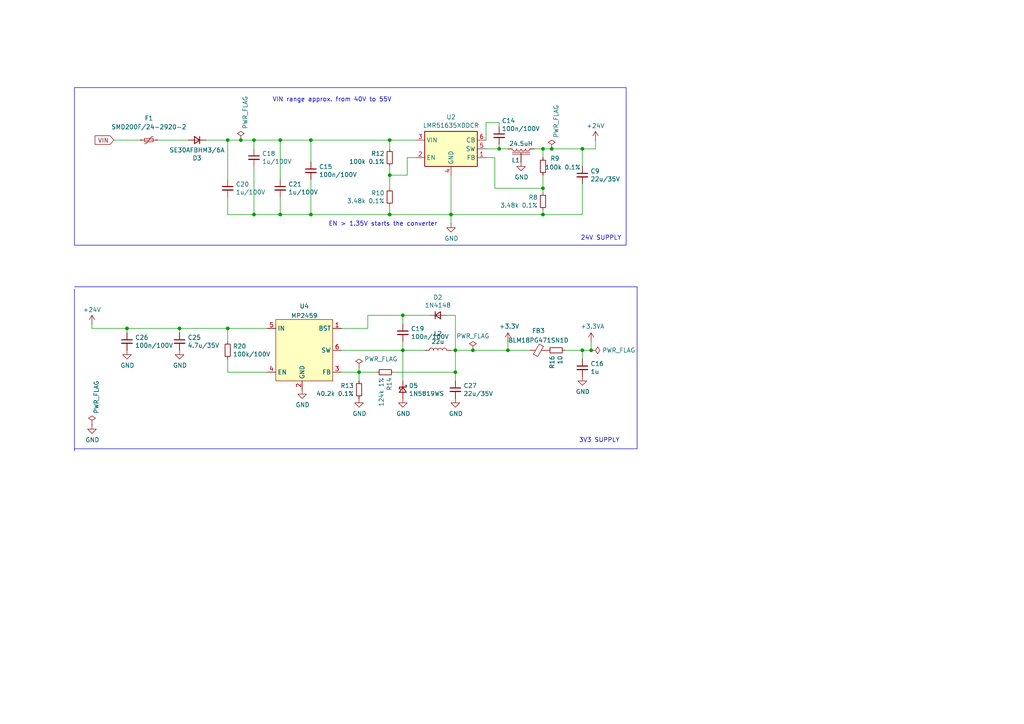
<source format=kicad_sch>
(kicad_sch
	(version 20250114)
	(generator "eeschema")
	(generator_version "9.0")
	(uuid "93b9476c-f035-4e2f-8a93-d61d397d7d7a")
	(paper "A4")
	(lib_symbols
		(symbol "Device:C_Small"
			(pin_numbers
				(hide yes)
			)
			(pin_names
				(offset 0.254)
				(hide yes)
			)
			(exclude_from_sim no)
			(in_bom yes)
			(on_board yes)
			(property "Reference" "C"
				(at 0.254 1.778 0)
				(effects
					(font
						(size 1.27 1.27)
					)
					(justify left)
				)
			)
			(property "Value" "C_Small"
				(at 0.254 -2.032 0)
				(effects
					(font
						(size 1.27 1.27)
					)
					(justify left)
				)
			)
			(property "Footprint" ""
				(at 0 0 0)
				(effects
					(font
						(size 1.27 1.27)
					)
					(hide yes)
				)
			)
			(property "Datasheet" "~"
				(at 0 0 0)
				(effects
					(font
						(size 1.27 1.27)
					)
					(hide yes)
				)
			)
			(property "Description" "Unpolarized capacitor, small symbol"
				(at 0 0 0)
				(effects
					(font
						(size 1.27 1.27)
					)
					(hide yes)
				)
			)
			(property "ki_keywords" "capacitor cap"
				(at 0 0 0)
				(effects
					(font
						(size 1.27 1.27)
					)
					(hide yes)
				)
			)
			(property "ki_fp_filters" "C_*"
				(at 0 0 0)
				(effects
					(font
						(size 1.27 1.27)
					)
					(hide yes)
				)
			)
			(symbol "C_Small_0_1"
				(polyline
					(pts
						(xy -1.524 0.508) (xy 1.524 0.508)
					)
					(stroke
						(width 0.3048)
						(type default)
					)
					(fill
						(type none)
					)
				)
				(polyline
					(pts
						(xy -1.524 -0.508) (xy 1.524 -0.508)
					)
					(stroke
						(width 0.3302)
						(type default)
					)
					(fill
						(type none)
					)
				)
			)
			(symbol "C_Small_1_1"
				(pin passive line
					(at 0 2.54 270)
					(length 2.032)
					(name "~"
						(effects
							(font
								(size 1.27 1.27)
							)
						)
					)
					(number "1"
						(effects
							(font
								(size 1.27 1.27)
							)
						)
					)
				)
				(pin passive line
					(at 0 -2.54 90)
					(length 2.032)
					(name "~"
						(effects
							(font
								(size 1.27 1.27)
							)
						)
					)
					(number "2"
						(effects
							(font
								(size 1.27 1.27)
							)
						)
					)
				)
			)
			(embedded_fonts no)
		)
		(symbol "Device:D_Schottky_Small"
			(pin_numbers
				(hide yes)
			)
			(pin_names
				(offset 0.254)
				(hide yes)
			)
			(exclude_from_sim no)
			(in_bom yes)
			(on_board yes)
			(property "Reference" "D"
				(at -1.27 2.032 0)
				(effects
					(font
						(size 1.27 1.27)
					)
					(justify left)
				)
			)
			(property "Value" "D_Schottky_Small"
				(at -7.112 -2.032 0)
				(effects
					(font
						(size 1.27 1.27)
					)
					(justify left)
				)
			)
			(property "Footprint" ""
				(at 0 0 90)
				(effects
					(font
						(size 1.27 1.27)
					)
					(hide yes)
				)
			)
			(property "Datasheet" "~"
				(at 0 0 90)
				(effects
					(font
						(size 1.27 1.27)
					)
					(hide yes)
				)
			)
			(property "Description" "Schottky diode, small symbol"
				(at 0 0 0)
				(effects
					(font
						(size 1.27 1.27)
					)
					(hide yes)
				)
			)
			(property "ki_keywords" "diode Schottky"
				(at 0 0 0)
				(effects
					(font
						(size 1.27 1.27)
					)
					(hide yes)
				)
			)
			(property "ki_fp_filters" "TO-???* *_Diode_* *SingleDiode* D_*"
				(at 0 0 0)
				(effects
					(font
						(size 1.27 1.27)
					)
					(hide yes)
				)
			)
			(symbol "D_Schottky_Small_0_1"
				(polyline
					(pts
						(xy -1.27 0.762) (xy -1.27 1.016) (xy -0.762 1.016) (xy -0.762 -1.016) (xy -0.254 -1.016) (xy -0.254 -0.762)
					)
					(stroke
						(width 0.254)
						(type default)
					)
					(fill
						(type none)
					)
				)
				(polyline
					(pts
						(xy -0.762 0) (xy 0.762 0)
					)
					(stroke
						(width 0)
						(type default)
					)
					(fill
						(type none)
					)
				)
				(polyline
					(pts
						(xy 0.762 -1.016) (xy -0.762 0) (xy 0.762 1.016) (xy 0.762 -1.016)
					)
					(stroke
						(width 0.254)
						(type default)
					)
					(fill
						(type none)
					)
				)
			)
			(symbol "D_Schottky_Small_1_1"
				(pin passive line
					(at -2.54 0 0)
					(length 1.778)
					(name "K"
						(effects
							(font
								(size 1.27 1.27)
							)
						)
					)
					(number "1"
						(effects
							(font
								(size 1.27 1.27)
							)
						)
					)
				)
				(pin passive line
					(at 2.54 0 180)
					(length 1.778)
					(name "A"
						(effects
							(font
								(size 1.27 1.27)
							)
						)
					)
					(number "2"
						(effects
							(font
								(size 1.27 1.27)
							)
						)
					)
				)
			)
			(embedded_fonts no)
		)
		(symbol "Device:D_Small"
			(pin_numbers
				(hide yes)
			)
			(pin_names
				(offset 0.254)
				(hide yes)
			)
			(exclude_from_sim no)
			(in_bom yes)
			(on_board yes)
			(property "Reference" "D"
				(at -1.27 2.032 0)
				(effects
					(font
						(size 1.27 1.27)
					)
					(justify left)
				)
			)
			(property "Value" "D_Small"
				(at -3.81 -2.032 0)
				(effects
					(font
						(size 1.27 1.27)
					)
					(justify left)
				)
			)
			(property "Footprint" ""
				(at 0 0 90)
				(effects
					(font
						(size 1.27 1.27)
					)
					(hide yes)
				)
			)
			(property "Datasheet" "~"
				(at 0 0 90)
				(effects
					(font
						(size 1.27 1.27)
					)
					(hide yes)
				)
			)
			(property "Description" "Diode, small symbol"
				(at 0 0 0)
				(effects
					(font
						(size 1.27 1.27)
					)
					(hide yes)
				)
			)
			(property "Sim.Device" "D"
				(at 0 0 0)
				(effects
					(font
						(size 1.27 1.27)
					)
					(hide yes)
				)
			)
			(property "Sim.Pins" "1=K 2=A"
				(at 0 0 0)
				(effects
					(font
						(size 1.27 1.27)
					)
					(hide yes)
				)
			)
			(property "ki_keywords" "diode"
				(at 0 0 0)
				(effects
					(font
						(size 1.27 1.27)
					)
					(hide yes)
				)
			)
			(property "ki_fp_filters" "TO-???* *_Diode_* *SingleDiode* D_*"
				(at 0 0 0)
				(effects
					(font
						(size 1.27 1.27)
					)
					(hide yes)
				)
			)
			(symbol "D_Small_0_1"
				(polyline
					(pts
						(xy -0.762 0) (xy 0.762 0)
					)
					(stroke
						(width 0)
						(type default)
					)
					(fill
						(type none)
					)
				)
				(polyline
					(pts
						(xy -0.762 -1.016) (xy -0.762 1.016)
					)
					(stroke
						(width 0.254)
						(type default)
					)
					(fill
						(type none)
					)
				)
				(polyline
					(pts
						(xy 0.762 -1.016) (xy -0.762 0) (xy 0.762 1.016) (xy 0.762 -1.016)
					)
					(stroke
						(width 0.254)
						(type default)
					)
					(fill
						(type none)
					)
				)
			)
			(symbol "D_Small_1_1"
				(pin passive line
					(at -2.54 0 0)
					(length 1.778)
					(name "K"
						(effects
							(font
								(size 1.27 1.27)
							)
						)
					)
					(number "1"
						(effects
							(font
								(size 1.27 1.27)
							)
						)
					)
				)
				(pin passive line
					(at 2.54 0 180)
					(length 1.778)
					(name "A"
						(effects
							(font
								(size 1.27 1.27)
							)
						)
					)
					(number "2"
						(effects
							(font
								(size 1.27 1.27)
							)
						)
					)
				)
			)
			(embedded_fonts no)
		)
		(symbol "Device:FerriteBead_Small"
			(pin_numbers
				(hide yes)
			)
			(pin_names
				(offset 0)
			)
			(exclude_from_sim no)
			(in_bom yes)
			(on_board yes)
			(property "Reference" "FB"
				(at 1.905 1.27 0)
				(effects
					(font
						(size 1.27 1.27)
					)
					(justify left)
				)
			)
			(property "Value" "FerriteBead_Small"
				(at 1.905 -1.27 0)
				(effects
					(font
						(size 1.27 1.27)
					)
					(justify left)
				)
			)
			(property "Footprint" ""
				(at -1.778 0 90)
				(effects
					(font
						(size 1.27 1.27)
					)
					(hide yes)
				)
			)
			(property "Datasheet" "~"
				(at 0 0 0)
				(effects
					(font
						(size 1.27 1.27)
					)
					(hide yes)
				)
			)
			(property "Description" "Ferrite bead, small symbol"
				(at 0 0 0)
				(effects
					(font
						(size 1.27 1.27)
					)
					(hide yes)
				)
			)
			(property "ki_keywords" "L ferrite bead inductor filter"
				(at 0 0 0)
				(effects
					(font
						(size 1.27 1.27)
					)
					(hide yes)
				)
			)
			(property "ki_fp_filters" "Inductor_* L_* *Ferrite*"
				(at 0 0 0)
				(effects
					(font
						(size 1.27 1.27)
					)
					(hide yes)
				)
			)
			(symbol "FerriteBead_Small_0_1"
				(polyline
					(pts
						(xy -1.8288 0.2794) (xy -1.1176 1.4986) (xy 1.8288 -0.2032) (xy 1.1176 -1.4224) (xy -1.8288 0.2794)
					)
					(stroke
						(width 0)
						(type default)
					)
					(fill
						(type none)
					)
				)
				(polyline
					(pts
						(xy 0 0.889) (xy 0 1.2954)
					)
					(stroke
						(width 0)
						(type default)
					)
					(fill
						(type none)
					)
				)
				(polyline
					(pts
						(xy 0 -1.27) (xy 0 -0.7874)
					)
					(stroke
						(width 0)
						(type default)
					)
					(fill
						(type none)
					)
				)
			)
			(symbol "FerriteBead_Small_1_1"
				(pin passive line
					(at 0 2.54 270)
					(length 1.27)
					(name "~"
						(effects
							(font
								(size 1.27 1.27)
							)
						)
					)
					(number "1"
						(effects
							(font
								(size 1.27 1.27)
							)
						)
					)
				)
				(pin passive line
					(at 0 -2.54 90)
					(length 1.27)
					(name "~"
						(effects
							(font
								(size 1.27 1.27)
							)
						)
					)
					(number "2"
						(effects
							(font
								(size 1.27 1.27)
							)
						)
					)
				)
			)
			(embedded_fonts no)
		)
		(symbol "Device:L"
			(pin_numbers
				(hide yes)
			)
			(pin_names
				(offset 1.016)
				(hide yes)
			)
			(exclude_from_sim no)
			(in_bom yes)
			(on_board yes)
			(property "Reference" "L"
				(at -1.27 0 90)
				(effects
					(font
						(size 1.27 1.27)
					)
				)
			)
			(property "Value" "L"
				(at 1.905 0 90)
				(effects
					(font
						(size 1.27 1.27)
					)
				)
			)
			(property "Footprint" ""
				(at 0 0 0)
				(effects
					(font
						(size 1.27 1.27)
					)
					(hide yes)
				)
			)
			(property "Datasheet" "~"
				(at 0 0 0)
				(effects
					(font
						(size 1.27 1.27)
					)
					(hide yes)
				)
			)
			(property "Description" "Inductor"
				(at 0 0 0)
				(effects
					(font
						(size 1.27 1.27)
					)
					(hide yes)
				)
			)
			(property "ki_keywords" "inductor choke coil reactor magnetic"
				(at 0 0 0)
				(effects
					(font
						(size 1.27 1.27)
					)
					(hide yes)
				)
			)
			(property "ki_fp_filters" "Choke_* *Coil* Inductor_* L_*"
				(at 0 0 0)
				(effects
					(font
						(size 1.27 1.27)
					)
					(hide yes)
				)
			)
			(symbol "L_0_1"
				(arc
					(start 0 2.54)
					(mid 0.6323 1.905)
					(end 0 1.27)
					(stroke
						(width 0)
						(type default)
					)
					(fill
						(type none)
					)
				)
				(arc
					(start 0 1.27)
					(mid 0.6323 0.635)
					(end 0 0)
					(stroke
						(width 0)
						(type default)
					)
					(fill
						(type none)
					)
				)
				(arc
					(start 0 0)
					(mid 0.6323 -0.635)
					(end 0 -1.27)
					(stroke
						(width 0)
						(type default)
					)
					(fill
						(type none)
					)
				)
				(arc
					(start 0 -1.27)
					(mid 0.6323 -1.905)
					(end 0 -2.54)
					(stroke
						(width 0)
						(type default)
					)
					(fill
						(type none)
					)
				)
			)
			(symbol "L_1_1"
				(pin passive line
					(at 0 3.81 270)
					(length 1.27)
					(name "1"
						(effects
							(font
								(size 1.27 1.27)
							)
						)
					)
					(number "1"
						(effects
							(font
								(size 1.27 1.27)
							)
						)
					)
				)
				(pin passive line
					(at 0 -3.81 90)
					(length 1.27)
					(name "2"
						(effects
							(font
								(size 1.27 1.27)
							)
						)
					)
					(number "2"
						(effects
							(font
								(size 1.27 1.27)
							)
						)
					)
				)
			)
			(embedded_fonts no)
		)
		(symbol "Device:Polyfuse_Small"
			(pin_numbers
				(hide yes)
			)
			(pin_names
				(offset 0)
			)
			(exclude_from_sim no)
			(in_bom yes)
			(on_board yes)
			(property "Reference" "F"
				(at -1.905 0 90)
				(effects
					(font
						(size 1.27 1.27)
					)
				)
			)
			(property "Value" "Polyfuse_Small"
				(at 1.905 0 90)
				(effects
					(font
						(size 1.27 1.27)
					)
				)
			)
			(property "Footprint" ""
				(at 1.27 -5.08 0)
				(effects
					(font
						(size 1.27 1.27)
					)
					(justify left)
					(hide yes)
				)
			)
			(property "Datasheet" "~"
				(at 0 0 0)
				(effects
					(font
						(size 1.27 1.27)
					)
					(hide yes)
				)
			)
			(property "Description" "Resettable fuse, polymeric positive temperature coefficient, small symbol"
				(at 0 0 0)
				(effects
					(font
						(size 1.27 1.27)
					)
					(hide yes)
				)
			)
			(property "ki_keywords" "resettable fuse PTC PPTC polyfuse polyswitch"
				(at 0 0 0)
				(effects
					(font
						(size 1.27 1.27)
					)
					(hide yes)
				)
			)
			(property "ki_fp_filters" "*polyfuse* *PTC*"
				(at 0 0 0)
				(effects
					(font
						(size 1.27 1.27)
					)
					(hide yes)
				)
			)
			(symbol "Polyfuse_Small_0_1"
				(polyline
					(pts
						(xy -1.016 1.27) (xy -1.016 0.762) (xy 1.016 -0.762) (xy 1.016 -1.27)
					)
					(stroke
						(width 0)
						(type default)
					)
					(fill
						(type none)
					)
				)
				(rectangle
					(start -0.508 1.27)
					(end 0.508 -1.27)
					(stroke
						(width 0)
						(type default)
					)
					(fill
						(type none)
					)
				)
				(polyline
					(pts
						(xy 0 2.54) (xy 0 -2.54)
					)
					(stroke
						(width 0)
						(type default)
					)
					(fill
						(type none)
					)
				)
			)
			(symbol "Polyfuse_Small_1_1"
				(pin passive line
					(at 0 2.54 270)
					(length 0.635)
					(name "~"
						(effects
							(font
								(size 1.27 1.27)
							)
						)
					)
					(number "1"
						(effects
							(font
								(size 1.27 1.27)
							)
						)
					)
				)
				(pin passive line
					(at 0 -2.54 90)
					(length 0.635)
					(name "~"
						(effects
							(font
								(size 1.27 1.27)
							)
						)
					)
					(number "2"
						(effects
							(font
								(size 1.27 1.27)
							)
						)
					)
				)
			)
			(embedded_fonts no)
		)
		(symbol "Device:R_Small"
			(pin_numbers
				(hide yes)
			)
			(pin_names
				(offset 0.254)
				(hide yes)
			)
			(exclude_from_sim no)
			(in_bom yes)
			(on_board yes)
			(property "Reference" "R"
				(at 0 0 90)
				(effects
					(font
						(size 1.016 1.016)
					)
				)
			)
			(property "Value" "R_Small"
				(at 1.778 0 90)
				(effects
					(font
						(size 1.27 1.27)
					)
				)
			)
			(property "Footprint" ""
				(at 0 0 0)
				(effects
					(font
						(size 1.27 1.27)
					)
					(hide yes)
				)
			)
			(property "Datasheet" "~"
				(at 0 0 0)
				(effects
					(font
						(size 1.27 1.27)
					)
					(hide yes)
				)
			)
			(property "Description" "Resistor, small symbol"
				(at 0 0 0)
				(effects
					(font
						(size 1.27 1.27)
					)
					(hide yes)
				)
			)
			(property "ki_keywords" "R resistor"
				(at 0 0 0)
				(effects
					(font
						(size 1.27 1.27)
					)
					(hide yes)
				)
			)
			(property "ki_fp_filters" "R_*"
				(at 0 0 0)
				(effects
					(font
						(size 1.27 1.27)
					)
					(hide yes)
				)
			)
			(symbol "R_Small_0_1"
				(rectangle
					(start -0.762 1.778)
					(end 0.762 -1.778)
					(stroke
						(width 0.2032)
						(type default)
					)
					(fill
						(type none)
					)
				)
			)
			(symbol "R_Small_1_1"
				(pin passive line
					(at 0 2.54 270)
					(length 0.762)
					(name "~"
						(effects
							(font
								(size 1.27 1.27)
							)
						)
					)
					(number "1"
						(effects
							(font
								(size 1.27 1.27)
							)
						)
					)
				)
				(pin passive line
					(at 0 -2.54 90)
					(length 0.762)
					(name "~"
						(effects
							(font
								(size 1.27 1.27)
							)
						)
					)
					(number "2"
						(effects
							(font
								(size 1.27 1.27)
							)
						)
					)
				)
			)
			(embedded_fonts no)
		)
		(symbol "inductors_custom:L_Iron_3_pins"
			(pin_numbers
				(hide yes)
			)
			(pin_names
				(offset 1.016)
				(hide yes)
			)
			(exclude_from_sim no)
			(in_bom yes)
			(on_board yes)
			(property "Reference" "L"
				(at -1.27 0 90)
				(effects
					(font
						(size 1.27 1.27)
					)
				)
			)
			(property "Value" "L_Iron_3_pins"
				(at 2.794 0 90)
				(effects
					(font
						(size 1.27 1.27)
					)
				)
			)
			(property "Footprint" ""
				(at 0 0 0)
				(effects
					(font
						(size 1.27 1.27)
					)
					(hide yes)
				)
			)
			(property "Datasheet" "~"
				(at 0 0 0)
				(effects
					(font
						(size 1.27 1.27)
					)
					(hide yes)
				)
			)
			(property "Description" "Inductor with iron core"
				(at 0 0 0)
				(effects
					(font
						(size 1.27 1.27)
					)
					(hide yes)
				)
			)
			(property "ki_keywords" "inductor choke coil reactor magnetic"
				(at 0 0 0)
				(effects
					(font
						(size 1.27 1.27)
					)
					(hide yes)
				)
			)
			(property "ki_fp_filters" "Choke_* *Coil* Inductor_* L_*"
				(at 0 0 0)
				(effects
					(font
						(size 1.27 1.27)
					)
					(hide yes)
				)
			)
			(symbol "L_Iron_3_pins_0_1"
				(arc
					(start 0 2.54)
					(mid 0.6323 1.905)
					(end 0 1.27)
					(stroke
						(width 0)
						(type default)
					)
					(fill
						(type none)
					)
				)
				(arc
					(start 0 1.27)
					(mid 0.6323 0.635)
					(end 0 0)
					(stroke
						(width 0)
						(type default)
					)
					(fill
						(type none)
					)
				)
				(arc
					(start 0 0)
					(mid 0.6323 -0.635)
					(end 0 -1.27)
					(stroke
						(width 0)
						(type default)
					)
					(fill
						(type none)
					)
				)
				(arc
					(start 0 -1.27)
					(mid 0.6323 -1.905)
					(end 0 -2.54)
					(stroke
						(width 0)
						(type default)
					)
					(fill
						(type none)
					)
				)
				(polyline
					(pts
						(xy 1.016 2.54) (xy 1.016 -2.54)
					)
					(stroke
						(width 0)
						(type default)
					)
					(fill
						(type none)
					)
				)
				(polyline
					(pts
						(xy 1.524 -2.54) (xy 1.524 2.54)
					)
					(stroke
						(width 0)
						(type default)
					)
					(fill
						(type none)
					)
				)
			)
			(symbol "L_Iron_3_pins_1_1"
				(pin passive line
					(at 0 3.81 270)
					(length 1.27)
					(name "1"
						(effects
							(font
								(size 1.27 1.27)
							)
						)
					)
					(number "1"
						(effects
							(font
								(size 1.27 1.27)
							)
						)
					)
				)
				(pin passive line
					(at 0 -3.81 90)
					(length 1.27)
					(name "2"
						(effects
							(font
								(size 1.27 1.27)
							)
						)
					)
					(number "2"
						(effects
							(font
								(size 1.27 1.27)
							)
						)
					)
				)
				(pin passive line
					(at 3.81 0 180)
					(length 2.54)
					(name "case"
						(effects
							(font
								(size 1.27 1.27)
							)
						)
					)
					(number "3"
						(effects
							(font
								(size 1.27 1.27)
							)
						)
					)
				)
			)
			(embedded_fonts no)
		)
		(symbol "monolithicpower:MP2459"
			(exclude_from_sim no)
			(in_bom yes)
			(on_board yes)
			(property "Reference" "U"
				(at -6.35 7.62 0)
				(effects
					(font
						(size 1.27 1.27)
					)
				)
			)
			(property "Value" "MP2459"
				(at 5.08 -12.7 0)
				(effects
					(font
						(size 1.27 1.27)
					)
				)
			)
			(property "Footprint" ""
				(at 0 0 0)
				(effects
					(font
						(size 1.27 1.27)
					)
					(hide yes)
				)
			)
			(property "Datasheet" ""
				(at 0 0 0)
				(effects
					(font
						(size 1.27 1.27)
					)
					(hide yes)
				)
			)
			(property "Description" ""
				(at 0 0 0)
				(effects
					(font
						(size 1.27 1.27)
					)
					(hide yes)
				)
			)
			(symbol "MP2459_1_1"
				(rectangle
					(start -7.62 6.35)
					(end 8.89 -11.43)
					(stroke
						(width 0.1524)
						(type default)
					)
					(fill
						(type background)
					)
				)
				(pin power_in line
					(at -10.16 3.81 0)
					(length 2.54)
					(name "IN"
						(effects
							(font
								(size 1.27 1.27)
							)
						)
					)
					(number "5"
						(effects
							(font
								(size 1.27 1.27)
							)
						)
					)
				)
				(pin input line
					(at -10.16 -8.89 0)
					(length 2.54)
					(name "EN"
						(effects
							(font
								(size 1.27 1.27)
							)
						)
					)
					(number "4"
						(effects
							(font
								(size 1.27 1.27)
							)
						)
					)
				)
				(pin power_in line
					(at 0 -13.97 90)
					(length 2.54)
					(name "GND"
						(effects
							(font
								(size 1.27 1.27)
							)
						)
					)
					(number "2"
						(effects
							(font
								(size 1.27 1.27)
							)
						)
					)
				)
				(pin input line
					(at 11.43 3.81 180)
					(length 2.54)
					(name "BST"
						(effects
							(font
								(size 1.27 1.27)
							)
						)
					)
					(number "1"
						(effects
							(font
								(size 1.27 1.27)
							)
						)
					)
				)
				(pin output line
					(at 11.43 -2.54 180)
					(length 2.54)
					(name "SW"
						(effects
							(font
								(size 1.27 1.27)
							)
						)
					)
					(number "6"
						(effects
							(font
								(size 1.27 1.27)
							)
						)
					)
				)
				(pin input line
					(at 11.43 -8.89 180)
					(length 2.54)
					(name "FB"
						(effects
							(font
								(size 1.27 1.27)
							)
						)
					)
					(number "3"
						(effects
							(font
								(size 1.27 1.27)
							)
						)
					)
				)
			)
			(embedded_fonts no)
		)
		(symbol "power:+24V"
			(power)
			(pin_numbers
				(hide yes)
			)
			(pin_names
				(offset 0)
				(hide yes)
			)
			(exclude_from_sim no)
			(in_bom yes)
			(on_board yes)
			(property "Reference" "#PWR"
				(at 0 -3.81 0)
				(effects
					(font
						(size 1.27 1.27)
					)
					(hide yes)
				)
			)
			(property "Value" "+24V"
				(at 0 3.556 0)
				(effects
					(font
						(size 1.27 1.27)
					)
				)
			)
			(property "Footprint" ""
				(at 0 0 0)
				(effects
					(font
						(size 1.27 1.27)
					)
					(hide yes)
				)
			)
			(property "Datasheet" ""
				(at 0 0 0)
				(effects
					(font
						(size 1.27 1.27)
					)
					(hide yes)
				)
			)
			(property "Description" "Power symbol creates a global label with name \"+24V\""
				(at 0 0 0)
				(effects
					(font
						(size 1.27 1.27)
					)
					(hide yes)
				)
			)
			(property "ki_keywords" "global power"
				(at 0 0 0)
				(effects
					(font
						(size 1.27 1.27)
					)
					(hide yes)
				)
			)
			(symbol "+24V_0_1"
				(polyline
					(pts
						(xy -0.762 1.27) (xy 0 2.54)
					)
					(stroke
						(width 0)
						(type default)
					)
					(fill
						(type none)
					)
				)
				(polyline
					(pts
						(xy 0 2.54) (xy 0.762 1.27)
					)
					(stroke
						(width 0)
						(type default)
					)
					(fill
						(type none)
					)
				)
				(polyline
					(pts
						(xy 0 0) (xy 0 2.54)
					)
					(stroke
						(width 0)
						(type default)
					)
					(fill
						(type none)
					)
				)
			)
			(symbol "+24V_1_1"
				(pin power_in line
					(at 0 0 90)
					(length 0)
					(name "~"
						(effects
							(font
								(size 1.27 1.27)
							)
						)
					)
					(number "1"
						(effects
							(font
								(size 1.27 1.27)
							)
						)
					)
				)
			)
			(embedded_fonts no)
		)
		(symbol "power:+3.3V"
			(power)
			(pin_numbers
				(hide yes)
			)
			(pin_names
				(offset 0)
				(hide yes)
			)
			(exclude_from_sim no)
			(in_bom yes)
			(on_board yes)
			(property "Reference" "#PWR"
				(at 0 -3.81 0)
				(effects
					(font
						(size 1.27 1.27)
					)
					(hide yes)
				)
			)
			(property "Value" "+3.3V"
				(at 0 3.556 0)
				(effects
					(font
						(size 1.27 1.27)
					)
				)
			)
			(property "Footprint" ""
				(at 0 0 0)
				(effects
					(font
						(size 1.27 1.27)
					)
					(hide yes)
				)
			)
			(property "Datasheet" ""
				(at 0 0 0)
				(effects
					(font
						(size 1.27 1.27)
					)
					(hide yes)
				)
			)
			(property "Description" "Power symbol creates a global label with name \"+3.3V\""
				(at 0 0 0)
				(effects
					(font
						(size 1.27 1.27)
					)
					(hide yes)
				)
			)
			(property "ki_keywords" "global power"
				(at 0 0 0)
				(effects
					(font
						(size 1.27 1.27)
					)
					(hide yes)
				)
			)
			(symbol "+3.3V_0_1"
				(polyline
					(pts
						(xy -0.762 1.27) (xy 0 2.54)
					)
					(stroke
						(width 0)
						(type default)
					)
					(fill
						(type none)
					)
				)
				(polyline
					(pts
						(xy 0 2.54) (xy 0.762 1.27)
					)
					(stroke
						(width 0)
						(type default)
					)
					(fill
						(type none)
					)
				)
				(polyline
					(pts
						(xy 0 0) (xy 0 2.54)
					)
					(stroke
						(width 0)
						(type default)
					)
					(fill
						(type none)
					)
				)
			)
			(symbol "+3.3V_1_1"
				(pin power_in line
					(at 0 0 90)
					(length 0)
					(name "~"
						(effects
							(font
								(size 1.27 1.27)
							)
						)
					)
					(number "1"
						(effects
							(font
								(size 1.27 1.27)
							)
						)
					)
				)
			)
			(embedded_fonts no)
		)
		(symbol "power:+3.3VA"
			(power)
			(pin_numbers
				(hide yes)
			)
			(pin_names
				(offset 0)
				(hide yes)
			)
			(exclude_from_sim no)
			(in_bom yes)
			(on_board yes)
			(property "Reference" "#PWR"
				(at 0 -3.81 0)
				(effects
					(font
						(size 1.27 1.27)
					)
					(hide yes)
				)
			)
			(property "Value" "+3.3VA"
				(at 0 3.556 0)
				(effects
					(font
						(size 1.27 1.27)
					)
				)
			)
			(property "Footprint" ""
				(at 0 0 0)
				(effects
					(font
						(size 1.27 1.27)
					)
					(hide yes)
				)
			)
			(property "Datasheet" ""
				(at 0 0 0)
				(effects
					(font
						(size 1.27 1.27)
					)
					(hide yes)
				)
			)
			(property "Description" "Power symbol creates a global label with name \"+3.3VA\""
				(at 0 0 0)
				(effects
					(font
						(size 1.27 1.27)
					)
					(hide yes)
				)
			)
			(property "ki_keywords" "global power"
				(at 0 0 0)
				(effects
					(font
						(size 1.27 1.27)
					)
					(hide yes)
				)
			)
			(symbol "+3.3VA_0_1"
				(polyline
					(pts
						(xy -0.762 1.27) (xy 0 2.54)
					)
					(stroke
						(width 0)
						(type default)
					)
					(fill
						(type none)
					)
				)
				(polyline
					(pts
						(xy 0 2.54) (xy 0.762 1.27)
					)
					(stroke
						(width 0)
						(type default)
					)
					(fill
						(type none)
					)
				)
				(polyline
					(pts
						(xy 0 0) (xy 0 2.54)
					)
					(stroke
						(width 0)
						(type default)
					)
					(fill
						(type none)
					)
				)
			)
			(symbol "+3.3VA_1_1"
				(pin power_in line
					(at 0 0 90)
					(length 0)
					(name "~"
						(effects
							(font
								(size 1.27 1.27)
							)
						)
					)
					(number "1"
						(effects
							(font
								(size 1.27 1.27)
							)
						)
					)
				)
			)
			(embedded_fonts no)
		)
		(symbol "power:GND"
			(power)
			(pin_numbers
				(hide yes)
			)
			(pin_names
				(offset 0)
				(hide yes)
			)
			(exclude_from_sim no)
			(in_bom yes)
			(on_board yes)
			(property "Reference" "#PWR"
				(at 0 -6.35 0)
				(effects
					(font
						(size 1.27 1.27)
					)
					(hide yes)
				)
			)
			(property "Value" "GND"
				(at 0 -3.81 0)
				(effects
					(font
						(size 1.27 1.27)
					)
				)
			)
			(property "Footprint" ""
				(at 0 0 0)
				(effects
					(font
						(size 1.27 1.27)
					)
					(hide yes)
				)
			)
			(property "Datasheet" ""
				(at 0 0 0)
				(effects
					(font
						(size 1.27 1.27)
					)
					(hide yes)
				)
			)
			(property "Description" "Power symbol creates a global label with name \"GND\" , ground"
				(at 0 0 0)
				(effects
					(font
						(size 1.27 1.27)
					)
					(hide yes)
				)
			)
			(property "ki_keywords" "global power"
				(at 0 0 0)
				(effects
					(font
						(size 1.27 1.27)
					)
					(hide yes)
				)
			)
			(symbol "GND_0_1"
				(polyline
					(pts
						(xy 0 0) (xy 0 -1.27) (xy 1.27 -1.27) (xy 0 -2.54) (xy -1.27 -1.27) (xy 0 -1.27)
					)
					(stroke
						(width 0)
						(type default)
					)
					(fill
						(type none)
					)
				)
			)
			(symbol "GND_1_1"
				(pin power_in line
					(at 0 0 270)
					(length 0)
					(name "~"
						(effects
							(font
								(size 1.27 1.27)
							)
						)
					)
					(number "1"
						(effects
							(font
								(size 1.27 1.27)
							)
						)
					)
				)
			)
			(embedded_fonts no)
		)
		(symbol "power:PWR_FLAG"
			(power)
			(pin_numbers
				(hide yes)
			)
			(pin_names
				(offset 0)
				(hide yes)
			)
			(exclude_from_sim no)
			(in_bom yes)
			(on_board yes)
			(property "Reference" "#FLG"
				(at 0 1.905 0)
				(effects
					(font
						(size 1.27 1.27)
					)
					(hide yes)
				)
			)
			(property "Value" "PWR_FLAG"
				(at 0 3.81 0)
				(effects
					(font
						(size 1.27 1.27)
					)
				)
			)
			(property "Footprint" ""
				(at 0 0 0)
				(effects
					(font
						(size 1.27 1.27)
					)
					(hide yes)
				)
			)
			(property "Datasheet" "~"
				(at 0 0 0)
				(effects
					(font
						(size 1.27 1.27)
					)
					(hide yes)
				)
			)
			(property "Description" "Special symbol for telling ERC where power comes from"
				(at 0 0 0)
				(effects
					(font
						(size 1.27 1.27)
					)
					(hide yes)
				)
			)
			(property "ki_keywords" "flag power"
				(at 0 0 0)
				(effects
					(font
						(size 1.27 1.27)
					)
					(hide yes)
				)
			)
			(symbol "PWR_FLAG_0_0"
				(pin power_out line
					(at 0 0 90)
					(length 0)
					(name "~"
						(effects
							(font
								(size 1.27 1.27)
							)
						)
					)
					(number "1"
						(effects
							(font
								(size 1.27 1.27)
							)
						)
					)
				)
			)
			(symbol "PWR_FLAG_0_1"
				(polyline
					(pts
						(xy 0 0) (xy 0 1.27) (xy -1.016 1.905) (xy 0 2.54) (xy 1.016 1.905) (xy 0 1.27)
					)
					(stroke
						(width 0)
						(type default)
					)
					(fill
						(type none)
					)
				)
			)
			(embedded_fonts no)
		)
		(symbol "power_custom:LMR516x5"
			(exclude_from_sim no)
			(in_bom yes)
			(on_board yes)
			(property "Reference" "U3"
				(at 0 9.2245 0)
				(effects
					(font
						(size 1.27 1.27)
					)
				)
			)
			(property "Value" "LMR516x5"
				(at 0 6.8002 0)
				(effects
					(font
						(size 1.27 1.27)
					)
				)
			)
			(property "Footprint" "Package_TO_SOT_SMD:SOT-23-6"
				(at 1.27 -8.89 0)
				(effects
					(font
						(size 1.27 1.27)
					)
					(justify left)
					(hide yes)
				)
			)
			(property "Datasheet" "https://www.ti.com/lit/ds/symlink/lmr51625.pdf"
				(at 1.27 -11.43 0)
				(effects
					(font
						(size 1.27 1.27)
					)
					(justify left)
					(hide yes)
				)
			)
			(property "Description" "4.3V to 60V, 2.5A / 3.5A, Synchronous, Buck Converter With Low IQ"
				(at 2.286 -15.24 0)
				(effects
					(font
						(size 1.27 1.27)
					)
					(hide yes)
				)
			)
			(property "ki_keywords" "switching buck converter power-supply voltage regulator"
				(at 0 0 0)
				(effects
					(font
						(size 1.27 1.27)
					)
					(hide yes)
				)
			)
			(property "ki_fp_filters" "SOT?23*"
				(at 0 0 0)
				(effects
					(font
						(size 1.27 1.27)
					)
					(hide yes)
				)
			)
			(symbol "LMR516x5_0_1"
				(rectangle
					(start -7.62 5.08)
					(end 7.62 -5.08)
					(stroke
						(width 0.254)
						(type default)
					)
					(fill
						(type background)
					)
				)
			)
			(symbol "LMR516x5_1_1"
				(pin power_in line
					(at -10.16 2.54 0)
					(length 2.54)
					(name "VIN"
						(effects
							(font
								(size 1.27 1.27)
							)
						)
					)
					(number "3"
						(effects
							(font
								(size 1.27 1.27)
							)
						)
					)
				)
				(pin input line
					(at -10.16 -2.54 0)
					(length 2.54)
					(name "EN"
						(effects
							(font
								(size 1.27 1.27)
							)
						)
					)
					(number "2"
						(effects
							(font
								(size 1.27 1.27)
							)
						)
					)
				)
				(pin power_in line
					(at 0 -7.62 90)
					(length 2.54)
					(name "GND"
						(effects
							(font
								(size 1.27 1.27)
							)
						)
					)
					(number "4"
						(effects
							(font
								(size 1.27 1.27)
							)
						)
					)
				)
				(pin passive line
					(at 10.16 2.54 180)
					(length 2.54)
					(name "CB"
						(effects
							(font
								(size 1.27 1.27)
							)
						)
					)
					(number "6"
						(effects
							(font
								(size 1.27 1.27)
							)
						)
					)
				)
				(pin power_out line
					(at 10.16 0 180)
					(length 2.54)
					(name "SW"
						(effects
							(font
								(size 1.27 1.27)
							)
						)
					)
					(number "5"
						(effects
							(font
								(size 1.27 1.27)
							)
						)
					)
				)
				(pin input line
					(at 10.16 -2.54 180)
					(length 2.54)
					(name "FB"
						(effects
							(font
								(size 1.27 1.27)
							)
						)
					)
					(number "1"
						(effects
							(font
								(size 1.27 1.27)
							)
						)
					)
				)
			)
			(embedded_fonts no)
		)
	)
	(rectangle
		(start 21.59 25.4)
		(end 181.61 71.12)
		(stroke
			(width 0)
			(type default)
		)
		(fill
			(type none)
		)
		(uuid 35b3e648-c4fc-4a57-9e63-893a4871d13f)
	)
	(text "EN > 1.35V starts the converter"
		(exclude_from_sim no)
		(at 95.25 65.786 0)
		(effects
			(font
				(size 1.27 1.27)
			)
			(justify left bottom)
		)
		(uuid "06757bf8-a408-4540-9158-76f29373132f")
	)
	(text "3V3 SUPPLY"
		(exclude_from_sim no)
		(at 167.894 128.524 0)
		(effects
			(font
				(size 1.27 1.27)
			)
			(justify left bottom)
		)
		(uuid "4687eccb-04de-474f-b27d-bf8ae5857128")
	)
	(text "24V SUPPLY"
		(exclude_from_sim no)
		(at 168.402 69.85 0)
		(effects
			(font
				(size 1.27 1.27)
			)
			(justify left bottom)
		)
		(uuid "57c8236d-2bb4-4fb8-ad91-40fabcf32c0f")
	)
	(text "VIN range approx. from 40V to 55V"
		(exclude_from_sim no)
		(at 78.994 29.718 0)
		(effects
			(font
				(size 1.27 1.27)
			)
			(justify left bottom)
		)
		(uuid "fe96ea5b-50c0-4e9c-8368-0f58a2478a42")
	)
	(junction
		(at 66.04 95.25)
		(diameter 0)
		(color 0 0 0 0)
		(uuid "01853d41-400a-4124-838c-2c495d949168")
	)
	(junction
		(at 132.08 101.6)
		(diameter 0)
		(color 0 0 0 0)
		(uuid "0ca94967-2cf6-46db-8a57-79f77ff0045d")
	)
	(junction
		(at 157.48 62.23)
		(diameter 0)
		(color 0 0 0 0)
		(uuid "13a936d7-5019-4eec-8ffc-c6f2205a7347")
	)
	(junction
		(at 130.81 62.23)
		(diameter 0)
		(color 0 0 0 0)
		(uuid "1dbfdf36-76c5-4a2b-a990-94d2712f6f56")
	)
	(junction
		(at 69.85 40.64)
		(diameter 0)
		(color 0 0 0 0)
		(uuid "25bf0b49-2059-4dad-a27e-03eb1d4fbecc")
	)
	(junction
		(at 116.84 91.44)
		(diameter 0)
		(color 0 0 0 0)
		(uuid "2e544df2-03db-4585-ba3a-7034d6f2dcb5")
	)
	(junction
		(at 157.48 54.61)
		(diameter 0)
		(color 0 0 0 0)
		(uuid "2ef8d053-34b6-4f33-831f-1341307b6320")
	)
	(junction
		(at 73.66 62.23)
		(diameter 0)
		(color 0 0 0 0)
		(uuid "395de886-e88c-4386-b844-bf035bf8b1aa")
	)
	(junction
		(at 137.16 101.6)
		(diameter 0)
		(color 0 0 0 0)
		(uuid "4b7c27de-3cab-49ea-8bf2-3d622e99bbe3")
	)
	(junction
		(at 90.17 40.64)
		(diameter 0)
		(color 0 0 0 0)
		(uuid "5130a84e-1964-450b-8454-74b963bdb6fd")
	)
	(junction
		(at 147.32 101.6)
		(diameter 0)
		(color 0 0 0 0)
		(uuid "5ac063f3-af54-48bb-a338-6b4aaabf444a")
	)
	(junction
		(at 81.28 62.23)
		(diameter 0)
		(color 0 0 0 0)
		(uuid "79fc8763-6dfd-4976-967e-44c70e70b7ed")
	)
	(junction
		(at 90.17 62.23)
		(diameter 0)
		(color 0 0 0 0)
		(uuid "7d142d1b-9f31-48a1-810a-a426ec2e2651")
	)
	(junction
		(at 104.14 107.95)
		(diameter 0)
		(color 0 0 0 0)
		(uuid "84eb5599-dbcc-4b2a-8636-44f4fd2a1bd7")
	)
	(junction
		(at 113.03 50.8)
		(diameter 0)
		(color 0 0 0 0)
		(uuid "9b52a64a-24fe-49e9-865d-b9c8d8ea26ed")
	)
	(junction
		(at 36.83 95.25)
		(diameter 0)
		(color 0 0 0 0)
		(uuid "9b860a06-7887-4d92-97a1-90cf678b252c")
	)
	(junction
		(at 113.03 62.23)
		(diameter 0)
		(color 0 0 0 0)
		(uuid "a5f343b6-314b-40a0-97cc-c0e94ac3b760")
	)
	(junction
		(at 157.48 43.18)
		(diameter 0)
		(color 0 0 0 0)
		(uuid "a69aac7f-6794-45d9-ab4a-71af04a9ea85")
	)
	(junction
		(at 73.66 40.64)
		(diameter 0)
		(color 0 0 0 0)
		(uuid "a7e98f80-cda6-4894-8155-242661f9ed77")
	)
	(junction
		(at 113.03 40.64)
		(diameter 0)
		(color 0 0 0 0)
		(uuid "aafa5a8a-0f1e-4c7e-a610-3a51f4ff94d4")
	)
	(junction
		(at 81.28 40.64)
		(diameter 0)
		(color 0 0 0 0)
		(uuid "ac7bf719-f239-4cd2-831f-7c7339b119f1")
	)
	(junction
		(at 66.04 40.64)
		(diameter 0)
		(color 0 0 0 0)
		(uuid "b4cdee8d-1b93-4200-8d37-f6ec310543de")
	)
	(junction
		(at 168.91 101.6)
		(diameter 0)
		(color 0 0 0 0)
		(uuid "cb763726-0a2c-4514-8d23-6b2e9a7962d1")
	)
	(junction
		(at 171.45 101.6)
		(diameter 0)
		(color 0 0 0 0)
		(uuid "ce167ba0-a136-488e-8c0f-e4699aefda34")
	)
	(junction
		(at 116.84 101.6)
		(diameter 0)
		(color 0 0 0 0)
		(uuid "d52077d1-60e8-4365-9975-4c51e0ad3616")
	)
	(junction
		(at 144.78 43.18)
		(diameter 0)
		(color 0 0 0 0)
		(uuid "da704744-f20f-43e1-9935-71f825e9d585")
	)
	(junction
		(at 168.91 43.18)
		(diameter 0)
		(color 0 0 0 0)
		(uuid "e3903b75-ea4f-4e9b-94a3-0086a3032902")
	)
	(junction
		(at 132.08 107.95)
		(diameter 0)
		(color 0 0 0 0)
		(uuid "e68e59a5-ec63-47b1-bdd6-3179b73bea82")
	)
	(junction
		(at 160.02 43.18)
		(diameter 0)
		(color 0 0 0 0)
		(uuid "eaba80b2-4a10-4db8-b693-849a6e3c5311")
	)
	(junction
		(at 52.07 95.25)
		(diameter 0)
		(color 0 0 0 0)
		(uuid "f0ab5918-8939-4e16-899f-4944943a97a7")
	)
	(wire
		(pts
			(xy 66.04 57.15) (xy 66.04 62.23)
		)
		(stroke
			(width 0)
			(type default)
		)
		(uuid "01ccc710-f774-4916-b698-4f0dce152fd3")
	)
	(wire
		(pts
			(xy 157.48 62.23) (xy 130.81 62.23)
		)
		(stroke
			(width 0)
			(type default)
		)
		(uuid "06507dd2-df0d-421d-9c74-7989086d1fef")
	)
	(wire
		(pts
			(xy 114.3 107.95) (xy 132.08 107.95)
		)
		(stroke
			(width 0)
			(type default)
		)
		(uuid "06f4b647-9411-42c3-9e14-e22e72db7e4e")
	)
	(wire
		(pts
			(xy 168.91 101.6) (xy 168.91 104.14)
		)
		(stroke
			(width 0)
			(type default)
		)
		(uuid "073723f4-c32b-48fd-933a-4476c23015c2")
	)
	(wire
		(pts
			(xy 140.97 40.64) (xy 140.97 35.56)
		)
		(stroke
			(width 0)
			(type default)
		)
		(uuid "0838eecb-5526-46da-ba22-071aeb1c4563")
	)
	(wire
		(pts
			(xy 132.08 101.6) (xy 132.08 107.95)
		)
		(stroke
			(width 0)
			(type default)
		)
		(uuid "0a867ddd-014e-47fb-a719-72f0d65cac89")
	)
	(wire
		(pts
			(xy 113.03 50.8) (xy 118.11 50.8)
		)
		(stroke
			(width 0)
			(type default)
		)
		(uuid "0cc35130-4a25-49d8-8ef8-2b838a33641d")
	)
	(wire
		(pts
			(xy 147.32 99.06) (xy 147.32 101.6)
		)
		(stroke
			(width 0)
			(type default)
		)
		(uuid "0dcc9260-67ef-438b-99fb-77f5f5be8376")
	)
	(wire
		(pts
			(xy 140.97 35.56) (xy 144.78 35.56)
		)
		(stroke
			(width 0)
			(type default)
		)
		(uuid "0e17acee-6650-40ed-b8af-2ac4e589701a")
	)
	(wire
		(pts
			(xy 132.08 91.44) (xy 129.54 91.44)
		)
		(stroke
			(width 0)
			(type default)
		)
		(uuid "17983c6c-f938-4287-9d1b-6a1198c5d526")
	)
	(wire
		(pts
			(xy 26.67 95.25) (xy 36.83 95.25)
		)
		(stroke
			(width 0)
			(type default)
		)
		(uuid "18f98612-23f0-46f6-b2de-dd818ccd2d3b")
	)
	(wire
		(pts
			(xy 66.04 95.25) (xy 77.47 95.25)
		)
		(stroke
			(width 0)
			(type default)
		)
		(uuid "19ec43ea-a2fa-4d21-9aee-1783609e2392")
	)
	(wire
		(pts
			(xy 66.04 52.07) (xy 66.04 40.64)
		)
		(stroke
			(width 0)
			(type default)
		)
		(uuid "1cf07acd-58a2-46b9-83d9-a59b498f9e8b")
	)
	(wire
		(pts
			(xy 113.03 40.64) (xy 120.65 40.64)
		)
		(stroke
			(width 0)
			(type default)
		)
		(uuid "1fd87c2f-f5b0-45f6-8d2c-ba73128d47aa")
	)
	(wire
		(pts
			(xy 132.08 107.95) (xy 132.08 110.49)
		)
		(stroke
			(width 0)
			(type default)
		)
		(uuid "209bc2a0-7098-4eee-b5ac-d3c76eb08a91")
	)
	(wire
		(pts
			(xy 104.14 106.68) (xy 104.14 107.95)
		)
		(stroke
			(width 0)
			(type default)
		)
		(uuid "23ca2793-1af1-44bf-b4d5-181bb01e660b")
	)
	(wire
		(pts
			(xy 33.02 40.64) (xy 40.64 40.64)
		)
		(stroke
			(width 0)
			(type default)
		)
		(uuid "293ce9a0-a5b4-4943-918c-4485ac352757")
	)
	(wire
		(pts
			(xy 157.48 50.8) (xy 157.48 54.61)
		)
		(stroke
			(width 0)
			(type default)
		)
		(uuid "29bdae92-376c-4b6f-ad4e-cfbcb3778f60")
	)
	(wire
		(pts
			(xy 130.81 62.23) (xy 130.81 64.77)
		)
		(stroke
			(width 0)
			(type default)
		)
		(uuid "2a9c6974-e13f-42c2-8763-fbef3a209c4e")
	)
	(wire
		(pts
			(xy 116.84 101.6) (xy 116.84 110.49)
		)
		(stroke
			(width 0)
			(type default)
		)
		(uuid "2c9d03bb-405a-4117-97c2-87a041ee934c")
	)
	(wire
		(pts
			(xy 137.16 101.6) (xy 147.32 101.6)
		)
		(stroke
			(width 0)
			(type default)
		)
		(uuid "2fefd861-291c-47c6-ad5e-1f28767b8ebc")
	)
	(wire
		(pts
			(xy 113.03 50.8) (xy 113.03 54.61)
		)
		(stroke
			(width 0)
			(type default)
		)
		(uuid "35619b11-6fbe-4182-af51-6ad2850069ba")
	)
	(wire
		(pts
			(xy 69.85 40.64) (xy 73.66 40.64)
		)
		(stroke
			(width 0)
			(type default)
		)
		(uuid "359dab21-a568-4b59-acc0-2cc7e61b3b15")
	)
	(wire
		(pts
			(xy 163.83 101.6) (xy 168.91 101.6)
		)
		(stroke
			(width 0)
			(type default)
		)
		(uuid "38ff2a7b-9efd-4a07-9a77-19081f3a7847")
	)
	(wire
		(pts
			(xy 90.17 62.23) (xy 113.03 62.23)
		)
		(stroke
			(width 0)
			(type default)
		)
		(uuid "3a651dd6-9c7d-438a-8cd3-ff73a8da22ec")
	)
	(wire
		(pts
			(xy 45.72 40.64) (xy 54.61 40.64)
		)
		(stroke
			(width 0)
			(type default)
		)
		(uuid "3bed3876-4327-4d47-8731-5447fecc9dcf")
	)
	(wire
		(pts
			(xy 157.48 60.96) (xy 157.48 62.23)
		)
		(stroke
			(width 0)
			(type default)
		)
		(uuid "415736b0-11a8-4856-8a9c-1d1ef3100f49")
	)
	(wire
		(pts
			(xy 157.48 43.18) (xy 160.02 43.18)
		)
		(stroke
			(width 0)
			(type default)
		)
		(uuid "4162a0ba-eb35-45cb-be2e-75c225c09e72")
	)
	(wire
		(pts
			(xy 113.03 59.69) (xy 113.03 62.23)
		)
		(stroke
			(width 0)
			(type default)
		)
		(uuid "41c13109-1e59-45e7-ae65-3bb7e43d6dee")
	)
	(polyline
		(pts
			(xy 184.785 130.175) (xy 21.59 130.175)
		)
		(stroke
			(width 0)
			(type default)
		)
		(uuid "42a1aa98-c4b4-48e7-90fd-44c27c139544")
	)
	(wire
		(pts
			(xy 143.51 45.72) (xy 143.51 54.61)
		)
		(stroke
			(width 0)
			(type default)
		)
		(uuid "44cc8e7d-4c48-4628-bfad-6265a9fa75dd")
	)
	(wire
		(pts
			(xy 143.51 54.61) (xy 157.48 54.61)
		)
		(stroke
			(width 0)
			(type default)
		)
		(uuid "465cd247-23a0-4f0c-bfa8-4779fc51d500")
	)
	(wire
		(pts
			(xy 106.68 95.25) (xy 99.06 95.25)
		)
		(stroke
			(width 0)
			(type default)
		)
		(uuid "469061b6-5769-4e7c-a538-bee5106448da")
	)
	(wire
		(pts
			(xy 116.84 101.6) (xy 116.84 99.06)
		)
		(stroke
			(width 0)
			(type default)
		)
		(uuid "4a34b254-ff6e-4d3a-90de-50cb5ef5e418")
	)
	(wire
		(pts
			(xy 168.91 101.6) (xy 171.45 101.6)
		)
		(stroke
			(width 0)
			(type default)
		)
		(uuid "4f3ca697-4fb9-48e5-91a6-1dc8e2b3a9e3")
	)
	(wire
		(pts
			(xy 81.28 62.23) (xy 90.17 62.23)
		)
		(stroke
			(width 0)
			(type default)
		)
		(uuid "51a8f111-baa1-4c71-af6d-94c0ae49a590")
	)
	(wire
		(pts
			(xy 171.45 101.6) (xy 171.45 99.06)
		)
		(stroke
			(width 0)
			(type default)
		)
		(uuid "5468288e-02d5-49ba-826c-04ccef93755e")
	)
	(wire
		(pts
			(xy 73.66 40.64) (xy 73.66 43.18)
		)
		(stroke
			(width 0)
			(type default)
		)
		(uuid "59837144-a0cf-4114-bef2-7c461d3f476b")
	)
	(wire
		(pts
			(xy 130.81 50.8) (xy 130.81 62.23)
		)
		(stroke
			(width 0)
			(type default)
		)
		(uuid "5db0fd04-3750-4680-9e3f-e33c72dd8518")
	)
	(wire
		(pts
			(xy 90.17 40.64) (xy 113.03 40.64)
		)
		(stroke
			(width 0)
			(type default)
		)
		(uuid "5f6907e7-8c90-4999-beff-8dbe4e331287")
	)
	(wire
		(pts
			(xy 118.11 50.8) (xy 118.11 45.72)
		)
		(stroke
			(width 0)
			(type default)
		)
		(uuid "604697b3-d66a-4fcb-8a73-16f4d3561463")
	)
	(wire
		(pts
			(xy 130.81 101.6) (xy 132.08 101.6)
		)
		(stroke
			(width 0)
			(type default)
		)
		(uuid "64a477ce-c728-41c7-b5e4-e6edfe3f299c")
	)
	(wire
		(pts
			(xy 172.72 40.64) (xy 172.72 43.18)
		)
		(stroke
			(width 0)
			(type default)
		)
		(uuid "6533f720-5458-464f-9544-76d68deba60d")
	)
	(wire
		(pts
			(xy 26.67 93.98) (xy 26.67 95.25)
		)
		(stroke
			(width 0)
			(type default)
		)
		(uuid "658ab0c0-adc5-48ca-bc01-4e9ad010e132")
	)
	(wire
		(pts
			(xy 66.04 107.95) (xy 66.04 104.14)
		)
		(stroke
			(width 0)
			(type default)
		)
		(uuid "6af92a9b-1465-40a3-bf50-a334c0f4f496")
	)
	(wire
		(pts
			(xy 104.14 107.95) (xy 99.06 107.95)
		)
		(stroke
			(width 0)
			(type default)
		)
		(uuid "6f4d4ea1-d1dd-4a48-9087-82b5bab38fda")
	)
	(wire
		(pts
			(xy 104.14 107.95) (xy 104.14 110.49)
		)
		(stroke
			(width 0)
			(type default)
		)
		(uuid "7dda18d2-42f8-453c-9b13-83a392efd572")
	)
	(wire
		(pts
			(xy 116.84 91.44) (xy 106.68 91.44)
		)
		(stroke
			(width 0)
			(type default)
		)
		(uuid "7fcbf2de-a056-4900-bbaa-58e205f9b909")
	)
	(wire
		(pts
			(xy 52.07 95.25) (xy 66.04 95.25)
		)
		(stroke
			(width 0)
			(type default)
		)
		(uuid "8168cd6a-ba8e-4294-94a8-a365a5afb7ce")
	)
	(wire
		(pts
			(xy 81.28 40.64) (xy 81.28 52.07)
		)
		(stroke
			(width 0)
			(type default)
		)
		(uuid "825138aa-6811-457e-859b-b52b7c3baee3")
	)
	(wire
		(pts
			(xy 157.48 54.61) (xy 157.48 55.88)
		)
		(stroke
			(width 0)
			(type default)
		)
		(uuid "82fb66e9-9983-40b4-abf8-bcc30d819afb")
	)
	(wire
		(pts
			(xy 157.48 43.18) (xy 157.48 45.72)
		)
		(stroke
			(width 0)
			(type default)
		)
		(uuid "850881fc-b221-43d2-84c4-19d08d6ad019")
	)
	(wire
		(pts
			(xy 144.78 41.91) (xy 144.78 43.18)
		)
		(stroke
			(width 0)
			(type default)
		)
		(uuid "85a0c54b-3856-4be7-a13b-978d026aaba0")
	)
	(wire
		(pts
			(xy 140.97 45.72) (xy 143.51 45.72)
		)
		(stroke
			(width 0)
			(type default)
		)
		(uuid "860e4e9b-84b4-4ff0-b3d1-a45b82cae41e")
	)
	(wire
		(pts
			(xy 90.17 40.64) (xy 90.17 46.99)
		)
		(stroke
			(width 0)
			(type default)
		)
		(uuid "91f73bad-4f6c-4f7e-94c6-5a94146fbb3e")
	)
	(wire
		(pts
			(xy 147.32 101.6) (xy 153.67 101.6)
		)
		(stroke
			(width 0)
			(type default)
		)
		(uuid "966123ba-b2dc-422b-b578-d7a043361071")
	)
	(wire
		(pts
			(xy 168.91 48.26) (xy 168.91 43.18)
		)
		(stroke
			(width 0)
			(type default)
		)
		(uuid "96f32c62-c935-47e4-aab3-75771358507d")
	)
	(wire
		(pts
			(xy 132.08 101.6) (xy 132.08 91.44)
		)
		(stroke
			(width 0)
			(type default)
		)
		(uuid "9b77b98a-ff9b-45c6-9b87-ce8258914acb")
	)
	(wire
		(pts
			(xy 154.94 43.18) (xy 157.48 43.18)
		)
		(stroke
			(width 0)
			(type default)
		)
		(uuid "9c483674-9c09-43df-8e6f-5db35aa8aa00")
	)
	(wire
		(pts
			(xy 144.78 43.18) (xy 147.32 43.18)
		)
		(stroke
			(width 0)
			(type default)
		)
		(uuid "9e7d73e2-0927-4ca5-9cde-0d2f63706622")
	)
	(wire
		(pts
			(xy 73.66 40.64) (xy 81.28 40.64)
		)
		(stroke
			(width 0)
			(type default)
		)
		(uuid "a12f76a2-0541-40e2-9d0d-dd3ca8d6cb46")
	)
	(wire
		(pts
			(xy 73.66 62.23) (xy 81.28 62.23)
		)
		(stroke
			(width 0)
			(type default)
		)
		(uuid "a72083fb-e21b-4eb7-a8f2-73755d834c08")
	)
	(wire
		(pts
			(xy 66.04 95.25) (xy 66.04 99.06)
		)
		(stroke
			(width 0)
			(type default)
		)
		(uuid "abe087fc-4d89-4994-be2b-bc6b6adb01d0")
	)
	(wire
		(pts
			(xy 36.83 95.25) (xy 52.07 95.25)
		)
		(stroke
			(width 0)
			(type default)
		)
		(uuid "ad9b2844-1cae-457d-80e3-5b60383aab85")
	)
	(wire
		(pts
			(xy 116.84 91.44) (xy 116.84 93.98)
		)
		(stroke
			(width 0)
			(type default)
		)
		(uuid "affb8476-6174-4c46-85ba-e8f942a726aa")
	)
	(polyline
		(pts
			(xy 184.785 83.185) (xy 184.785 130.175)
		)
		(stroke
			(width 0)
			(type default)
		)
		(uuid "b0ae624c-18ae-43ef-8af3-c3e2731d7c54")
	)
	(wire
		(pts
			(xy 113.03 62.23) (xy 130.81 62.23)
		)
		(stroke
			(width 0)
			(type default)
		)
		(uuid "b26af356-9300-4198-a595-ce127b224cbd")
	)
	(wire
		(pts
			(xy 123.19 101.6) (xy 116.84 101.6)
		)
		(stroke
			(width 0)
			(type default)
		)
		(uuid "b3428c67-9799-41a9-ba07-3ec4ff26a17c")
	)
	(wire
		(pts
			(xy 81.28 57.15) (xy 81.28 62.23)
		)
		(stroke
			(width 0)
			(type default)
		)
		(uuid "b4e734be-57d7-43d4-acac-60bb511431e8")
	)
	(wire
		(pts
			(xy 113.03 40.64) (xy 113.03 43.18)
		)
		(stroke
			(width 0)
			(type default)
		)
		(uuid "bc8e9464-cee9-4ce1-83bc-a42d5d17f58f")
	)
	(wire
		(pts
			(xy 109.22 107.95) (xy 104.14 107.95)
		)
		(stroke
			(width 0)
			(type default)
		)
		(uuid "c090e424-6536-4931-bbc7-7e15cd604855")
	)
	(polyline
		(pts
			(xy 21.59 83.185) (xy 184.785 83.185)
		)
		(stroke
			(width 0)
			(type default)
		)
		(uuid "cafd20af-53bc-481a-9dba-26c56fd8a57e")
	)
	(wire
		(pts
			(xy 52.07 96.52) (xy 52.07 95.25)
		)
		(stroke
			(width 0)
			(type default)
		)
		(uuid "cb3925f9-df72-4ccc-bc23-a2944149fa87")
	)
	(wire
		(pts
			(xy 168.91 43.18) (xy 172.72 43.18)
		)
		(stroke
			(width 0)
			(type default)
		)
		(uuid "cb546166-06bd-4ec7-9ae9-e93cef16f508")
	)
	(wire
		(pts
			(xy 99.06 101.6) (xy 116.84 101.6)
		)
		(stroke
			(width 0)
			(type default)
		)
		(uuid "cdfa5ac2-d689-4f54-9157-d707c24625d5")
	)
	(wire
		(pts
			(xy 144.78 43.18) (xy 140.97 43.18)
		)
		(stroke
			(width 0)
			(type default)
		)
		(uuid "ce2edb52-e43e-4285-bf7b-78bf24db5008")
	)
	(wire
		(pts
			(xy 118.11 45.72) (xy 120.65 45.72)
		)
		(stroke
			(width 0)
			(type default)
		)
		(uuid "cef2b75b-0770-4618-b080-d6d35043f195")
	)
	(wire
		(pts
			(xy 113.03 48.26) (xy 113.03 50.8)
		)
		(stroke
			(width 0)
			(type default)
		)
		(uuid "cf352d32-ae59-47ff-a6f2-bc7de148f3ca")
	)
	(wire
		(pts
			(xy 157.48 62.23) (xy 168.91 62.23)
		)
		(stroke
			(width 0)
			(type default)
		)
		(uuid "d0761f2b-6270-41e3-b9c3-392b0024899e")
	)
	(polyline
		(pts
			(xy 21.59 83.82) (xy 21.59 130.81)
		)
		(stroke
			(width 0)
			(type default)
		)
		(uuid "d2f770b8-625b-4bbc-bf6a-29d3ee7e0e81")
	)
	(wire
		(pts
			(xy 66.04 40.64) (xy 69.85 40.64)
		)
		(stroke
			(width 0)
			(type default)
		)
		(uuid "d39cdc61-c073-48cc-a961-6dbb9cfe6b2b")
	)
	(wire
		(pts
			(xy 144.78 35.56) (xy 144.78 36.83)
		)
		(stroke
			(width 0)
			(type default)
		)
		(uuid "d3c2c0e6-469f-4fd2-9b6f-a2dbc4cb5bc0")
	)
	(wire
		(pts
			(xy 124.46 91.44) (xy 116.84 91.44)
		)
		(stroke
			(width 0)
			(type default)
		)
		(uuid "d75e280b-5ca0-475e-8401-6149fc69e4e6")
	)
	(wire
		(pts
			(xy 106.68 91.44) (xy 106.68 95.25)
		)
		(stroke
			(width 0)
			(type default)
		)
		(uuid "d8d2ac97-1d25-43ff-93b1-6bc9cc01c247")
	)
	(wire
		(pts
			(xy 160.02 43.18) (xy 168.91 43.18)
		)
		(stroke
			(width 0)
			(type default)
		)
		(uuid "dced0a77-161d-4c3b-9cdd-ffd35a2b6285")
	)
	(wire
		(pts
			(xy 132.08 101.6) (xy 137.16 101.6)
		)
		(stroke
			(width 0)
			(type default)
		)
		(uuid "e42d7284-79fd-4921-a425-314edef73a21")
	)
	(wire
		(pts
			(xy 66.04 62.23) (xy 73.66 62.23)
		)
		(stroke
			(width 0)
			(type default)
		)
		(uuid "e7bed99c-f57d-4d4f-a5b4-162ddedc1af2")
	)
	(wire
		(pts
			(xy 168.91 53.34) (xy 168.91 62.23)
		)
		(stroke
			(width 0)
			(type default)
		)
		(uuid "eed38bf4-dc5b-4176-9522-4e6e74f9546a")
	)
	(wire
		(pts
			(xy 59.69 40.64) (xy 66.04 40.64)
		)
		(stroke
			(width 0)
			(type default)
		)
		(uuid "f1dee258-9d80-4b8f-b957-561e619157c8")
	)
	(wire
		(pts
			(xy 36.83 95.25) (xy 36.83 96.52)
		)
		(stroke
			(width 0)
			(type default)
		)
		(uuid "f26d0f75-0f4e-491e-888a-38ac23ed4e4d")
	)
	(wire
		(pts
			(xy 90.17 52.07) (xy 90.17 62.23)
		)
		(stroke
			(width 0)
			(type default)
		)
		(uuid "f981c0cb-b05b-4903-bdf1-52e186cc4655")
	)
	(wire
		(pts
			(xy 73.66 48.26) (xy 73.66 62.23)
		)
		(stroke
			(width 0)
			(type default)
		)
		(uuid "f9a32c57-5b1f-4023-b1e3-964f19ea1ad6")
	)
	(wire
		(pts
			(xy 77.47 107.95) (xy 66.04 107.95)
		)
		(stroke
			(width 0)
			(type default)
		)
		(uuid "fb7a5f75-2c90-4c33-b273-57012cda86c4")
	)
	(wire
		(pts
			(xy 81.28 40.64) (xy 90.17 40.64)
		)
		(stroke
			(width 0)
			(type default)
		)
		(uuid "fe8903ad-92a1-4ea4-9116-734b1d0d1a06")
	)
	(global_label "VIN"
		(shape input)
		(at 33.02 40.64 180)
		(fields_autoplaced yes)
		(effects
			(font
				(size 1.27 1.27)
			)
			(justify right)
		)
		(uuid "bbfca87b-07d5-4de1-adf6-9c39fcdbb538")
		(property "Intersheetrefs" "${INTERSHEET_REFS}"
			(at 27.0109 40.64 0)
			(effects
				(font
					(size 1.27 1.27)
				)
				(justify right)
				(hide yes)
			)
		)
	)
	(symbol
		(lib_id "Device:FerriteBead_Small")
		(at 156.21 101.6 90)
		(unit 1)
		(exclude_from_sim no)
		(in_bom yes)
		(on_board yes)
		(dnp no)
		(fields_autoplaced yes)
		(uuid "0010e374-cfda-4606-bae1-6eb690e214fb")
		(property "Reference" "FB3"
			(at 156.1719 95.9317 90)
			(effects
				(font
					(size 1.27 1.27)
				)
			)
		)
		(property "Value" "BLM18PG471SN1D"
			(at 156.1719 98.7068 90)
			(effects
				(font
					(size 1.27 1.27)
				)
			)
		)
		(property "Footprint" "Inductor_SMD:L_0603_1608Metric"
			(at 156.21 103.378 90)
			(effects
				(font
					(size 1.27 1.27)
				)
				(hide yes)
			)
		)
		(property "Datasheet" "~"
			(at 156.21 101.6 0)
			(effects
				(font
					(size 1.27 1.27)
				)
				(hide yes)
			)
		)
		(property "Description" "Ferrite bead, small symbol"
			(at 156.21 101.6 0)
			(effects
				(font
					(size 1.27 1.27)
				)
				(hide yes)
			)
		)
		(pin "1"
			(uuid "992a4f3e-17db-4f1b-b24b-fc02617a91bf")
		)
		(pin "2"
			(uuid "633412a4-2bcf-41bc-aea1-c40684d10cac")
		)
		(instances
			(project "linear_act_controller"
				(path "/a7f12679-28d2-4dcb-a620-9ebf42b92b51/9aa0f8d5-db02-4fb8-86c3-5f9e7fcbafc5"
					(reference "FB3")
					(unit 1)
				)
			)
		)
	)
	(symbol
		(lib_id "Device:C_Small")
		(at 168.91 50.8 0)
		(unit 1)
		(exclude_from_sim no)
		(in_bom yes)
		(on_board yes)
		(dnp no)
		(uuid "0029c67d-71bf-450f-bf0e-8c8b06001975")
		(property "Reference" "C9"
			(at 171.2468 49.6316 0)
			(effects
				(font
					(size 1.27 1.27)
				)
				(justify left)
			)
		)
		(property "Value" "22u/35V"
			(at 171.2468 51.943 0)
			(effects
				(font
					(size 1.27 1.27)
				)
				(justify left)
			)
		)
		(property "Footprint" "Capacitor_SMD:C_0805_2012Metric_Pad1.18x1.45mm_HandSolder"
			(at 168.91 50.8 0)
			(effects
				(font
					(size 1.27 1.27)
				)
				(hide yes)
			)
		)
		(property "Datasheet" "~"
			(at 168.91 50.8 0)
			(effects
				(font
					(size 1.27 1.27)
				)
				(hide yes)
			)
		)
		(property "Description" "Unpolarized capacitor, small symbol"
			(at 168.91 50.8 0)
			(effects
				(font
					(size 1.27 1.27)
				)
				(hide yes)
			)
		)
		(property "REF" ""
			(at 168.91 50.8 0)
			(effects
				(font
					(size 1.27 1.27)
				)
				(hide yes)
			)
		)
		(property "JLCPCB" ""
			(at 168.91 50.8 0)
			(effects
				(font
					(size 1.27 1.27)
				)
				(hide yes)
			)
		)
		(pin "1"
			(uuid "b45dcbff-2822-4032-9e01-2beb0d49d6e5")
		)
		(pin "2"
			(uuid "a50a506f-2da5-46a6-893f-969ee2c69181")
		)
		(instances
			(project "linear_act_controller"
				(path "/a7f12679-28d2-4dcb-a620-9ebf42b92b51/9aa0f8d5-db02-4fb8-86c3-5f9e7fcbafc5"
					(reference "C9")
					(unit 1)
				)
			)
		)
	)
	(symbol
		(lib_id "Device:D_Small")
		(at 127 91.44 0)
		(unit 1)
		(exclude_from_sim no)
		(in_bom yes)
		(on_board yes)
		(dnp no)
		(uuid "06d89ce1-9f2c-43a8-8e9d-d516133baeab")
		(property "Reference" "D2"
			(at 127 86.233 0)
			(effects
				(font
					(size 1.27 1.27)
				)
			)
		)
		(property "Value" "1N4148"
			(at 127 88.5444 0)
			(effects
				(font
					(size 1.27 1.27)
				)
			)
		)
		(property "Footprint" "Diode_SMD:D_SOD-323_HandSoldering"
			(at 127 91.44 90)
			(effects
				(font
					(size 1.27 1.27)
				)
				(hide yes)
			)
		)
		(property "Datasheet" "~"
			(at 127 91.44 90)
			(effects
				(font
					(size 1.27 1.27)
				)
				(hide yes)
			)
		)
		(property "Description" "Diode, small symbol"
			(at 127 91.44 0)
			(effects
				(font
					(size 1.27 1.27)
				)
				(hide yes)
			)
		)
		(property "REF" "1N4148WS"
			(at 127 91.44 0)
			(effects
				(font
					(size 1.27 1.27)
				)
				(hide yes)
			)
		)
		(property "RS" "761-3476"
			(at 127 91.44 0)
			(effects
				(font
					(size 1.27 1.27)
				)
				(hide yes)
			)
		)
		(property "Sim.Device" "D"
			(at 127 91.44 0)
			(effects
				(font
					(size 1.27 1.27)
				)
				(hide yes)
			)
		)
		(property "Sim.Pins" "1=K 2=A"
			(at 127 91.44 0)
			(effects
				(font
					(size 1.27 1.27)
				)
				(hide yes)
			)
		)
		(pin "1"
			(uuid "7cc4ad00-bb9b-46ec-928b-6269958c889a")
		)
		(pin "2"
			(uuid "11ef665b-906d-4931-ac15-f79fcb5271d3")
		)
		(instances
			(project "linear_act_controller"
				(path "/a7f12679-28d2-4dcb-a620-9ebf42b92b51/9aa0f8d5-db02-4fb8-86c3-5f9e7fcbafc5"
					(reference "D2")
					(unit 1)
				)
			)
		)
	)
	(symbol
		(lib_id "Device:C_Small")
		(at 116.84 96.52 0)
		(unit 1)
		(exclude_from_sim no)
		(in_bom yes)
		(on_board yes)
		(dnp no)
		(uuid "06dce388-b9a2-4011-8c25-2687b5d79deb")
		(property "Reference" "C19"
			(at 119.1768 95.3516 0)
			(effects
				(font
					(size 1.27 1.27)
				)
				(justify left)
			)
		)
		(property "Value" "100n/100V"
			(at 119.1768 97.663 0)
			(effects
				(font
					(size 1.27 1.27)
				)
				(justify left)
			)
		)
		(property "Footprint" "Capacitor_SMD:C_0603_1608Metric_Pad1.08x0.95mm_HandSolder"
			(at 116.84 96.52 0)
			(effects
				(font
					(size 1.27 1.27)
				)
				(hide yes)
			)
		)
		(property "Datasheet" "~"
			(at 116.84 96.52 0)
			(effects
				(font
					(size 1.27 1.27)
				)
				(hide yes)
			)
		)
		(property "Description" "Unpolarized capacitor, small symbol"
			(at 116.84 96.52 0)
			(effects
				(font
					(size 1.27 1.27)
				)
				(hide yes)
			)
		)
		(pin "1"
			(uuid "095d3807-9f63-42a8-ac31-b53c280a6951")
		)
		(pin "2"
			(uuid "628dbcd3-f124-44a3-817a-13bee2eef93e")
		)
		(instances
			(project "linear_act_controller"
				(path "/a7f12679-28d2-4dcb-a620-9ebf42b92b51/9aa0f8d5-db02-4fb8-86c3-5f9e7fcbafc5"
					(reference "C19")
					(unit 1)
				)
			)
		)
	)
	(symbol
		(lib_id "Device:C_Small")
		(at 52.07 99.06 0)
		(unit 1)
		(exclude_from_sim no)
		(in_bom yes)
		(on_board yes)
		(dnp no)
		(uuid "09be3bd1-f0c7-4f67-9847-4271b76665a6")
		(property "Reference" "C25"
			(at 54.4068 97.8916 0)
			(effects
				(font
					(size 1.27 1.27)
				)
				(justify left)
			)
		)
		(property "Value" "4.7u/35V"
			(at 54.4068 100.203 0)
			(effects
				(font
					(size 1.27 1.27)
				)
				(justify left)
			)
		)
		(property "Footprint" "Capacitor_SMD:C_0603_1608Metric_Pad1.08x0.95mm_HandSolder"
			(at 52.07 99.06 0)
			(effects
				(font
					(size 1.27 1.27)
				)
				(hide yes)
			)
		)
		(property "Datasheet" "~"
			(at 52.07 99.06 0)
			(effects
				(font
					(size 1.27 1.27)
				)
				(hide yes)
			)
		)
		(property "Description" "Unpolarized capacitor, small symbol"
			(at 52.07 99.06 0)
			(effects
				(font
					(size 1.27 1.27)
				)
				(hide yes)
			)
		)
		(property "REF" ""
			(at 52.07 99.06 0)
			(effects
				(font
					(size 1.27 1.27)
				)
				(hide yes)
			)
		)
		(property "JLCPCB" "C385986"
			(at 52.07 99.06 0)
			(effects
				(font
					(size 1.27 1.27)
				)
				(hide yes)
			)
		)
		(pin "1"
			(uuid "94fbd7bc-2307-45f1-bd3d-2494fb23bafc")
		)
		(pin "2"
			(uuid "69634656-4d63-4898-973e-aed76c3ee5ea")
		)
		(instances
			(project "linear_act_controller"
				(path "/a7f12679-28d2-4dcb-a620-9ebf42b92b51/9aa0f8d5-db02-4fb8-86c3-5f9e7fcbafc5"
					(reference "C25")
					(unit 1)
				)
			)
		)
	)
	(symbol
		(lib_id "power:GND")
		(at 87.63 113.03 0)
		(unit 1)
		(exclude_from_sim no)
		(in_bom yes)
		(on_board yes)
		(dnp no)
		(uuid "18f4f514-0e3d-4cba-bd5d-080ce848d334")
		(property "Reference" "#PWR014"
			(at 87.63 119.38 0)
			(effects
				(font
					(size 1.27 1.27)
				)
				(hide yes)
			)
		)
		(property "Value" "GND"
			(at 87.757 117.4242 0)
			(effects
				(font
					(size 1.27 1.27)
				)
			)
		)
		(property "Footprint" ""
			(at 87.63 113.03 0)
			(effects
				(font
					(size 1.27 1.27)
				)
				(hide yes)
			)
		)
		(property "Datasheet" ""
			(at 87.63 113.03 0)
			(effects
				(font
					(size 1.27 1.27)
				)
				(hide yes)
			)
		)
		(property "Description" "Power symbol creates a global label with name \"GND\" , ground"
			(at 87.63 113.03 0)
			(effects
				(font
					(size 1.27 1.27)
				)
				(hide yes)
			)
		)
		(pin "1"
			(uuid "95f25af6-2238-4f42-983c-1bf2a3150db1")
		)
		(instances
			(project "linear_act_controller"
				(path "/a7f12679-28d2-4dcb-a620-9ebf42b92b51/9aa0f8d5-db02-4fb8-86c3-5f9e7fcbafc5"
					(reference "#PWR014")
					(unit 1)
				)
			)
		)
	)
	(symbol
		(lib_id "power:GND")
		(at 26.67 123.19 0)
		(unit 1)
		(exclude_from_sim no)
		(in_bom yes)
		(on_board yes)
		(dnp no)
		(uuid "1a8215fe-c913-46ae-97ce-4f018231b99b")
		(property "Reference" "#PWR019"
			(at 26.67 129.54 0)
			(effects
				(font
					(size 1.27 1.27)
				)
				(hide yes)
			)
		)
		(property "Value" "GND"
			(at 26.797 127.5842 0)
			(effects
				(font
					(size 1.27 1.27)
				)
			)
		)
		(property "Footprint" ""
			(at 26.67 123.19 0)
			(effects
				(font
					(size 1.27 1.27)
				)
				(hide yes)
			)
		)
		(property "Datasheet" ""
			(at 26.67 123.19 0)
			(effects
				(font
					(size 1.27 1.27)
				)
				(hide yes)
			)
		)
		(property "Description" "Power symbol creates a global label with name \"GND\" , ground"
			(at 26.67 123.19 0)
			(effects
				(font
					(size 1.27 1.27)
				)
				(hide yes)
			)
		)
		(pin "1"
			(uuid "a574534a-d207-499b-b2ef-62980d7d9f32")
		)
		(instances
			(project "linear_act_controller"
				(path "/a7f12679-28d2-4dcb-a620-9ebf42b92b51/9aa0f8d5-db02-4fb8-86c3-5f9e7fcbafc5"
					(reference "#PWR019")
					(unit 1)
				)
			)
		)
	)
	(symbol
		(lib_id "Device:R_Small")
		(at 66.04 101.6 0)
		(unit 1)
		(exclude_from_sim no)
		(in_bom yes)
		(on_board yes)
		(dnp no)
		(uuid "208cd94d-e70c-4237-b195-37969376b956")
		(property "Reference" "R20"
			(at 67.5386 100.4316 0)
			(effects
				(font
					(size 1.27 1.27)
				)
				(justify left)
			)
		)
		(property "Value" "100k/100V"
			(at 67.5386 102.743 0)
			(effects
				(font
					(size 1.27 1.27)
				)
				(justify left)
			)
		)
		(property "Footprint" "Resistor_SMD:R_0603_1608Metric_Pad0.98x0.95mm_HandSolder"
			(at 66.04 101.6 0)
			(effects
				(font
					(size 1.27 1.27)
				)
				(hide yes)
			)
		)
		(property "Datasheet" "~"
			(at 66.04 101.6 0)
			(effects
				(font
					(size 1.27 1.27)
				)
				(hide yes)
			)
		)
		(property "Description" "Resistor, small symbol"
			(at 66.04 101.6 0)
			(effects
				(font
					(size 1.27 1.27)
				)
				(hide yes)
			)
		)
		(pin "1"
			(uuid "1a855832-a937-424e-8af7-901ec6060a2a")
		)
		(pin "2"
			(uuid "ca7a15e3-6b75-480a-abdc-04d2159bdbfe")
		)
		(instances
			(project "linear_act_controller"
				(path "/a7f12679-28d2-4dcb-a620-9ebf42b92b51/9aa0f8d5-db02-4fb8-86c3-5f9e7fcbafc5"
					(reference "R20")
					(unit 1)
				)
			)
		)
	)
	(symbol
		(lib_id "power:PWR_FLAG")
		(at 137.16 101.6 0)
		(unit 1)
		(exclude_from_sim no)
		(in_bom yes)
		(on_board yes)
		(dnp no)
		(fields_autoplaced yes)
		(uuid "262ad4a8-adcd-4d83-b4eb-37441a2bb85a")
		(property "Reference" "#FLG03"
			(at 137.16 99.695 0)
			(effects
				(font
					(size 1.27 1.27)
				)
				(hide yes)
			)
		)
		(property "Value" "PWR_FLAG"
			(at 137.16 97.4669 0)
			(effects
				(font
					(size 1.27 1.27)
				)
			)
		)
		(property "Footprint" ""
			(at 137.16 101.6 0)
			(effects
				(font
					(size 1.27 1.27)
				)
				(hide yes)
			)
		)
		(property "Datasheet" "~"
			(at 137.16 101.6 0)
			(effects
				(font
					(size 1.27 1.27)
				)
				(hide yes)
			)
		)
		(property "Description" "Special symbol for telling ERC where power comes from"
			(at 137.16 101.6 0)
			(effects
				(font
					(size 1.27 1.27)
				)
				(hide yes)
			)
		)
		(pin "1"
			(uuid "21a29490-1785-4a00-8900-de11d1d21004")
		)
		(instances
			(project "linear_act_controller"
				(path "/a7f12679-28d2-4dcb-a620-9ebf42b92b51/9aa0f8d5-db02-4fb8-86c3-5f9e7fcbafc5"
					(reference "#FLG03")
					(unit 1)
				)
			)
		)
	)
	(symbol
		(lib_id "power:GND")
		(at 52.07 101.6 0)
		(unit 1)
		(exclude_from_sim no)
		(in_bom yes)
		(on_board yes)
		(dnp no)
		(uuid "2a2a69fc-74f1-4af7-b6a7-1bb86e4803f6")
		(property "Reference" "#PWR012"
			(at 52.07 107.95 0)
			(effects
				(font
					(size 1.27 1.27)
				)
				(hide yes)
			)
		)
		(property "Value" "GND"
			(at 52.197 105.9942 0)
			(effects
				(font
					(size 1.27 1.27)
				)
			)
		)
		(property "Footprint" ""
			(at 52.07 101.6 0)
			(effects
				(font
					(size 1.27 1.27)
				)
				(hide yes)
			)
		)
		(property "Datasheet" ""
			(at 52.07 101.6 0)
			(effects
				(font
					(size 1.27 1.27)
				)
				(hide yes)
			)
		)
		(property "Description" "Power symbol creates a global label with name \"GND\" , ground"
			(at 52.07 101.6 0)
			(effects
				(font
					(size 1.27 1.27)
				)
				(hide yes)
			)
		)
		(pin "1"
			(uuid "e4b62825-b7d9-49fc-b910-bfdac5dfe4fb")
		)
		(instances
			(project "linear_act_controller"
				(path "/a7f12679-28d2-4dcb-a620-9ebf42b92b51/9aa0f8d5-db02-4fb8-86c3-5f9e7fcbafc5"
					(reference "#PWR012")
					(unit 1)
				)
			)
		)
	)
	(symbol
		(lib_id "Device:R_Small")
		(at 111.76 107.95 270)
		(unit 1)
		(exclude_from_sim no)
		(in_bom yes)
		(on_board yes)
		(dnp no)
		(uuid "31f8f3ab-cf5f-4144-846d-00926b5e5e2f")
		(property "Reference" "R14"
			(at 112.9284 109.4486 0)
			(effects
				(font
					(size 1.27 1.27)
				)
				(justify left)
			)
		)
		(property "Value" "124k 1%"
			(at 110.617 109.4486 0)
			(effects
				(font
					(size 1.27 1.27)
				)
				(justify left)
			)
		)
		(property "Footprint" "Resistor_SMD:R_0603_1608Metric_Pad0.98x0.95mm_HandSolder"
			(at 111.76 107.95 0)
			(effects
				(font
					(size 1.27 1.27)
				)
				(hide yes)
			)
		)
		(property "Datasheet" "~"
			(at 111.76 107.95 0)
			(effects
				(font
					(size 1.27 1.27)
				)
				(hide yes)
			)
		)
		(property "Description" "Resistor, small symbol"
			(at 111.76 107.95 0)
			(effects
				(font
					(size 1.27 1.27)
				)
				(hide yes)
			)
		)
		(pin "1"
			(uuid "f3ee4778-dc17-4e46-b784-0f3a81544b6f")
		)
		(pin "2"
			(uuid "05242e05-3511-4ed3-867b-c6e1d6993a7f")
		)
		(instances
			(project "linear_act_controller"
				(path "/a7f12679-28d2-4dcb-a620-9ebf42b92b51/9aa0f8d5-db02-4fb8-86c3-5f9e7fcbafc5"
					(reference "R14")
					(unit 1)
				)
			)
		)
	)
	(symbol
		(lib_id "power:GND")
		(at 104.14 115.57 0)
		(unit 1)
		(exclude_from_sim no)
		(in_bom yes)
		(on_board yes)
		(dnp no)
		(uuid "389e6306-11d6-4cd8-8f6d-c1ce3211b0cb")
		(property "Reference" "#PWR015"
			(at 104.14 121.92 0)
			(effects
				(font
					(size 1.27 1.27)
				)
				(hide yes)
			)
		)
		(property "Value" "GND"
			(at 104.267 119.9642 0)
			(effects
				(font
					(size 1.27 1.27)
				)
			)
		)
		(property "Footprint" ""
			(at 104.14 115.57 0)
			(effects
				(font
					(size 1.27 1.27)
				)
				(hide yes)
			)
		)
		(property "Datasheet" ""
			(at 104.14 115.57 0)
			(effects
				(font
					(size 1.27 1.27)
				)
				(hide yes)
			)
		)
		(property "Description" "Power symbol creates a global label with name \"GND\" , ground"
			(at 104.14 115.57 0)
			(effects
				(font
					(size 1.27 1.27)
				)
				(hide yes)
			)
		)
		(pin "1"
			(uuid "29fe2bad-5abb-4bd7-a7e3-5d269e7f9c7b")
		)
		(instances
			(project "linear_act_controller"
				(path "/a7f12679-28d2-4dcb-a620-9ebf42b92b51/9aa0f8d5-db02-4fb8-86c3-5f9e7fcbafc5"
					(reference "#PWR015")
					(unit 1)
				)
			)
		)
	)
	(symbol
		(lib_id "Device:R_Small")
		(at 113.03 57.15 0)
		(mirror y)
		(unit 1)
		(exclude_from_sim no)
		(in_bom yes)
		(on_board yes)
		(dnp no)
		(uuid "488ec550-515c-4325-807c-22b9218ce527")
		(property "Reference" "R10"
			(at 111.5314 55.9816 0)
			(effects
				(font
					(size 1.27 1.27)
				)
				(justify left)
			)
		)
		(property "Value" "3.48k 0.1%"
			(at 111.5314 58.293 0)
			(effects
				(font
					(size 1.27 1.27)
				)
				(justify left)
			)
		)
		(property "Footprint" "Resistor_SMD:R_0603_1608Metric_Pad0.98x0.95mm_HandSolder"
			(at 113.03 57.15 0)
			(effects
				(font
					(size 1.27 1.27)
				)
				(hide yes)
			)
		)
		(property "Datasheet" "~"
			(at 113.03 57.15 0)
			(effects
				(font
					(size 1.27 1.27)
				)
				(hide yes)
			)
		)
		(property "Description" "Resistor, small symbol"
			(at 113.03 57.15 0)
			(effects
				(font
					(size 1.27 1.27)
				)
				(hide yes)
			)
		)
		(pin "1"
			(uuid "06cff1f4-4b83-4dd8-870e-4c86d4545184")
		)
		(pin "2"
			(uuid "c21e718b-2d64-4ddb-a80e-730e3b058bf3")
		)
		(instances
			(project "linear_act_controller"
				(path "/a7f12679-28d2-4dcb-a620-9ebf42b92b51/9aa0f8d5-db02-4fb8-86c3-5f9e7fcbafc5"
					(reference "R10")
					(unit 1)
				)
			)
		)
	)
	(symbol
		(lib_id "power:PWR_FLAG")
		(at 160.02 43.18 0)
		(unit 1)
		(exclude_from_sim no)
		(in_bom yes)
		(on_board yes)
		(dnp no)
		(uuid "5500e51b-a51a-4bd6-8e73-ffa0efe63dc1")
		(property "Reference" "#FLG09"
			(at 160.02 41.275 0)
			(effects
				(font
					(size 1.27 1.27)
				)
				(hide yes)
			)
		)
		(property "Value" "PWR_FLAG"
			(at 161.29 40.005 90)
			(effects
				(font
					(size 1.27 1.27)
				)
				(justify left)
			)
		)
		(property "Footprint" ""
			(at 160.02 43.18 0)
			(effects
				(font
					(size 1.27 1.27)
				)
				(hide yes)
			)
		)
		(property "Datasheet" "~"
			(at 160.02 43.18 0)
			(effects
				(font
					(size 1.27 1.27)
				)
				(hide yes)
			)
		)
		(property "Description" "Special symbol for telling ERC where power comes from"
			(at 160.02 43.18 0)
			(effects
				(font
					(size 1.27 1.27)
				)
				(hide yes)
			)
		)
		(pin "1"
			(uuid "f2e294a7-1c02-4f8b-839e-8f6ee9b74509")
		)
		(instances
			(project "linear_act_controller"
				(path "/a7f12679-28d2-4dcb-a620-9ebf42b92b51/9aa0f8d5-db02-4fb8-86c3-5f9e7fcbafc5"
					(reference "#FLG09")
					(unit 1)
				)
			)
		)
	)
	(symbol
		(lib_id "Device:C_Small")
		(at 132.08 113.03 0)
		(unit 1)
		(exclude_from_sim no)
		(in_bom yes)
		(on_board yes)
		(dnp no)
		(uuid "5537972b-6bff-4d18-b1fb-8a482cbfd8cb")
		(property "Reference" "C27"
			(at 134.4168 111.8616 0)
			(effects
				(font
					(size 1.27 1.27)
				)
				(justify left)
			)
		)
		(property "Value" "22u/35V"
			(at 134.4168 114.173 0)
			(effects
				(font
					(size 1.27 1.27)
				)
				(justify left)
			)
		)
		(property "Footprint" "Capacitor_SMD:C_0805_2012Metric_Pad1.18x1.45mm_HandSolder"
			(at 132.08 113.03 0)
			(effects
				(font
					(size 1.27 1.27)
				)
				(hide yes)
			)
		)
		(property "Datasheet" "~"
			(at 132.08 113.03 0)
			(effects
				(font
					(size 1.27 1.27)
				)
				(hide yes)
			)
		)
		(property "Description" "Unpolarized capacitor, small symbol"
			(at 132.08 113.03 0)
			(effects
				(font
					(size 1.27 1.27)
				)
				(hide yes)
			)
		)
		(property "REF" ""
			(at 132.08 113.03 0)
			(effects
				(font
					(size 1.27 1.27)
				)
				(hide yes)
			)
		)
		(property "JLCPCB" "C268007"
			(at 132.08 113.03 0)
			(effects
				(font
					(size 1.27 1.27)
				)
				(hide yes)
			)
		)
		(pin "1"
			(uuid "47e4eb6d-8f21-42a3-a1ad-692f24d674ea")
		)
		(pin "2"
			(uuid "217e9a98-5199-4853-9b20-d4db4ac3d057")
		)
		(instances
			(project "linear_act_controller"
				(path "/a7f12679-28d2-4dcb-a620-9ebf42b92b51/9aa0f8d5-db02-4fb8-86c3-5f9e7fcbafc5"
					(reference "C27")
					(unit 1)
				)
			)
		)
	)
	(symbol
		(lib_id "Device:C_Small")
		(at 168.91 106.68 0)
		(unit 1)
		(exclude_from_sim no)
		(in_bom yes)
		(on_board yes)
		(dnp no)
		(uuid "554c571a-70a3-4664-8c1b-bd54de67e22c")
		(property "Reference" "C16"
			(at 171.2468 105.5116 0)
			(effects
				(font
					(size 1.27 1.27)
				)
				(justify left)
			)
		)
		(property "Value" "1u"
			(at 171.2468 107.823 0)
			(effects
				(font
					(size 1.27 1.27)
				)
				(justify left)
			)
		)
		(property "Footprint" "Capacitor_SMD:C_0603_1608Metric_Pad1.08x0.95mm_HandSolder"
			(at 168.91 106.68 0)
			(effects
				(font
					(size 1.27 1.27)
				)
				(hide yes)
			)
		)
		(property "Datasheet" "~"
			(at 168.91 106.68 0)
			(effects
				(font
					(size 1.27 1.27)
				)
				(hide yes)
			)
		)
		(property "Description" "Unpolarized capacitor, small symbol"
			(at 168.91 106.68 0)
			(effects
				(font
					(size 1.27 1.27)
				)
				(hide yes)
			)
		)
		(pin "1"
			(uuid "888c10c6-5887-499c-9d2f-01dc8255cf26")
		)
		(pin "2"
			(uuid "7149c21b-516c-4872-bd39-c4d1864677dc")
		)
		(instances
			(project "linear_act_controller"
				(path "/a7f12679-28d2-4dcb-a620-9ebf42b92b51/9aa0f8d5-db02-4fb8-86c3-5f9e7fcbafc5"
					(reference "C16")
					(unit 1)
				)
			)
		)
	)
	(symbol
		(lib_id "Device:Polyfuse_Small")
		(at 43.18 40.64 90)
		(unit 1)
		(exclude_from_sim no)
		(in_bom yes)
		(on_board yes)
		(dnp no)
		(fields_autoplaced yes)
		(uuid "5681c22f-c8b5-4372-81b3-808499266098")
		(property "Reference" "F1"
			(at 43.18 34.29 90)
			(effects
				(font
					(size 1.27 1.27)
				)
			)
		)
		(property "Value" "SMD200F/24-2920-2"
			(at 43.18 36.83 90)
			(effects
				(font
					(size 1.27 1.27)
				)
			)
		)
		(property "Footprint" "Fuse:Fuse_2920_7451Metric_Pad2.10x5.45mm_HandSolder"
			(at 48.26 39.37 0)
			(effects
				(font
					(size 1.27 1.27)
				)
				(justify left)
				(hide yes)
			)
		)
		(property "Datasheet" "~"
			(at 43.18 40.64 0)
			(effects
				(font
					(size 1.27 1.27)
				)
				(hide yes)
			)
		)
		(property "Description" "Resettable fuse, polymeric positive temperature coefficient, small symbol"
			(at 43.18 40.64 0)
			(effects
				(font
					(size 1.27 1.27)
				)
				(hide yes)
			)
		)
		(property "REF" "SMD200F/24-2920-2"
			(at 43.18 40.64 90)
			(effects
				(font
					(size 1.27 1.27)
				)
				(hide yes)
			)
		)
		(pin "2"
			(uuid "20c9a110-8f6b-4eb4-816a-7ea0d580291c")
		)
		(pin "1"
			(uuid "4e4866f6-1d3a-4efa-8074-24425e969a08")
		)
		(instances
			(project ""
				(path "/a7f12679-28d2-4dcb-a620-9ebf42b92b51/9aa0f8d5-db02-4fb8-86c3-5f9e7fcbafc5"
					(reference "F1")
					(unit 1)
				)
			)
		)
	)
	(symbol
		(lib_id "Device:R_Small")
		(at 104.14 113.03 0)
		(mirror y)
		(unit 1)
		(exclude_from_sim no)
		(in_bom yes)
		(on_board yes)
		(dnp no)
		(uuid "5b06645b-e2d5-4054-9a18-39d07265521e")
		(property "Reference" "R13"
			(at 102.6414 111.8616 0)
			(effects
				(font
					(size 1.27 1.27)
				)
				(justify left)
			)
		)
		(property "Value" "40.2k 0.1%"
			(at 102.6414 114.173 0)
			(effects
				(font
					(size 1.27 1.27)
				)
				(justify left)
			)
		)
		(property "Footprint" "Resistor_SMD:R_0603_1608Metric_Pad0.98x0.95mm_HandSolder"
			(at 104.14 113.03 0)
			(effects
				(font
					(size 1.27 1.27)
				)
				(hide yes)
			)
		)
		(property "Datasheet" "~"
			(at 104.14 113.03 0)
			(effects
				(font
					(size 1.27 1.27)
				)
				(hide yes)
			)
		)
		(property "Description" "Resistor, small symbol"
			(at 104.14 113.03 0)
			(effects
				(font
					(size 1.27 1.27)
				)
				(hide yes)
			)
		)
		(pin "1"
			(uuid "11860b83-93a5-40da-bc76-2127d388acd2")
		)
		(pin "2"
			(uuid "4467806f-8394-4920-b2a6-9c9425238535")
		)
		(instances
			(project "linear_act_controller"
				(path "/a7f12679-28d2-4dcb-a620-9ebf42b92b51/9aa0f8d5-db02-4fb8-86c3-5f9e7fcbafc5"
					(reference "R13")
					(unit 1)
				)
			)
		)
	)
	(symbol
		(lib_id "Device:C_Small")
		(at 36.83 99.06 0)
		(unit 1)
		(exclude_from_sim no)
		(in_bom yes)
		(on_board yes)
		(dnp no)
		(uuid "5e5952d1-27d3-43d5-a868-ab632d6e4125")
		(property "Reference" "C26"
			(at 39.1668 97.8916 0)
			(effects
				(font
					(size 1.27 1.27)
				)
				(justify left)
			)
		)
		(property "Value" "100n/100V"
			(at 39.1668 100.203 0)
			(effects
				(font
					(size 1.27 1.27)
				)
				(justify left)
			)
		)
		(property "Footprint" "Capacitor_SMD:C_0603_1608Metric_Pad1.08x0.95mm_HandSolder"
			(at 36.83 99.06 0)
			(effects
				(font
					(size 1.27 1.27)
				)
				(hide yes)
			)
		)
		(property "Datasheet" "~"
			(at 36.83 99.06 0)
			(effects
				(font
					(size 1.27 1.27)
				)
				(hide yes)
			)
		)
		(property "Description" "Unpolarized capacitor, small symbol"
			(at 36.83 99.06 0)
			(effects
				(font
					(size 1.27 1.27)
				)
				(hide yes)
			)
		)
		(property "REF" ""
			(at 36.83 99.06 0)
			(effects
				(font
					(size 1.27 1.27)
				)
				(hide yes)
			)
		)
		(property "JLCPCB" ""
			(at 36.83 99.06 0)
			(effects
				(font
					(size 1.27 1.27)
				)
				(hide yes)
			)
		)
		(pin "1"
			(uuid "aeb27fe5-46e7-4dd2-b4db-daad541c35f3")
		)
		(pin "2"
			(uuid "a3c9f8e3-2c3e-48a9-aec2-1da55bd34a23")
		)
		(instances
			(project "linear_act_controller"
				(path "/a7f12679-28d2-4dcb-a620-9ebf42b92b51/9aa0f8d5-db02-4fb8-86c3-5f9e7fcbafc5"
					(reference "C26")
					(unit 1)
				)
			)
		)
	)
	(symbol
		(lib_id "Device:R_Small")
		(at 157.48 58.42 0)
		(mirror y)
		(unit 1)
		(exclude_from_sim no)
		(in_bom yes)
		(on_board yes)
		(dnp no)
		(uuid "61a8b7e1-bb08-4a9a-98df-cd60dea787b5")
		(property "Reference" "R8"
			(at 155.9814 57.2516 0)
			(effects
				(font
					(size 1.27 1.27)
				)
				(justify left)
			)
		)
		(property "Value" "3.48k 0.1%"
			(at 155.9814 59.563 0)
			(effects
				(font
					(size 1.27 1.27)
				)
				(justify left)
			)
		)
		(property "Footprint" "Resistor_SMD:R_0603_1608Metric_Pad0.98x0.95mm_HandSolder"
			(at 157.48 58.42 0)
			(effects
				(font
					(size 1.27 1.27)
				)
				(hide yes)
			)
		)
		(property "Datasheet" "~"
			(at 157.48 58.42 0)
			(effects
				(font
					(size 1.27 1.27)
				)
				(hide yes)
			)
		)
		(property "Description" "Resistor, small symbol"
			(at 157.48 58.42 0)
			(effects
				(font
					(size 1.27 1.27)
				)
				(hide yes)
			)
		)
		(pin "1"
			(uuid "74fd756c-7fbd-404d-8a19-72bfa446bbf1")
		)
		(pin "2"
			(uuid "b1a4e78c-7954-4a27-b3f2-2c96834c4c0b")
		)
		(instances
			(project "linear_act_controller"
				(path "/a7f12679-28d2-4dcb-a620-9ebf42b92b51/9aa0f8d5-db02-4fb8-86c3-5f9e7fcbafc5"
					(reference "R8")
					(unit 1)
				)
			)
		)
	)
	(symbol
		(lib_id "power:GND")
		(at 132.08 115.57 0)
		(unit 1)
		(exclude_from_sim no)
		(in_bom yes)
		(on_board yes)
		(dnp no)
		(uuid "69715228-23ce-4726-ba04-b237842d017b")
		(property "Reference" "#PWR017"
			(at 132.08 121.92 0)
			(effects
				(font
					(size 1.27 1.27)
				)
				(hide yes)
			)
		)
		(property "Value" "GND"
			(at 132.207 119.9642 0)
			(effects
				(font
					(size 1.27 1.27)
				)
			)
		)
		(property "Footprint" ""
			(at 132.08 115.57 0)
			(effects
				(font
					(size 1.27 1.27)
				)
				(hide yes)
			)
		)
		(property "Datasheet" ""
			(at 132.08 115.57 0)
			(effects
				(font
					(size 1.27 1.27)
				)
				(hide yes)
			)
		)
		(property "Description" "Power symbol creates a global label with name \"GND\" , ground"
			(at 132.08 115.57 0)
			(effects
				(font
					(size 1.27 1.27)
				)
				(hide yes)
			)
		)
		(pin "1"
			(uuid "2dcf1896-e397-4b95-9309-0f982e485736")
		)
		(instances
			(project "linear_act_controller"
				(path "/a7f12679-28d2-4dcb-a620-9ebf42b92b51/9aa0f8d5-db02-4fb8-86c3-5f9e7fcbafc5"
					(reference "#PWR017")
					(unit 1)
				)
			)
		)
	)
	(symbol
		(lib_id "power:GND")
		(at 116.84 115.57 0)
		(unit 1)
		(exclude_from_sim no)
		(in_bom yes)
		(on_board yes)
		(dnp no)
		(uuid "6f82edbc-657a-45d8-8cae-c01f79e7fd89")
		(property "Reference" "#PWR016"
			(at 116.84 121.92 0)
			(effects
				(font
					(size 1.27 1.27)
				)
				(hide yes)
			)
		)
		(property "Value" "GND"
			(at 116.967 119.9642 0)
			(effects
				(font
					(size 1.27 1.27)
				)
			)
		)
		(property "Footprint" ""
			(at 116.84 115.57 0)
			(effects
				(font
					(size 1.27 1.27)
				)
				(hide yes)
			)
		)
		(property "Datasheet" ""
			(at 116.84 115.57 0)
			(effects
				(font
					(size 1.27 1.27)
				)
				(hide yes)
			)
		)
		(property "Description" "Power symbol creates a global label with name \"GND\" , ground"
			(at 116.84 115.57 0)
			(effects
				(font
					(size 1.27 1.27)
				)
				(hide yes)
			)
		)
		(pin "1"
			(uuid "844c52b7-abca-444a-b90b-af933378e14a")
		)
		(instances
			(project "linear_act_controller"
				(path "/a7f12679-28d2-4dcb-a620-9ebf42b92b51/9aa0f8d5-db02-4fb8-86c3-5f9e7fcbafc5"
					(reference "#PWR016")
					(unit 1)
				)
			)
		)
	)
	(symbol
		(lib_id "Device:L")
		(at 127 101.6 90)
		(unit 1)
		(exclude_from_sim no)
		(in_bom yes)
		(on_board yes)
		(dnp no)
		(uuid "73b1b90e-fd12-4d7f-ab25-93acd6c84b13")
		(property "Reference" "L2"
			(at 127 96.774 90)
			(effects
				(font
					(size 1.27 1.27)
				)
			)
		)
		(property "Value" "22u"
			(at 127 99.0854 90)
			(effects
				(font
					(size 1.27 1.27)
				)
			)
		)
		(property "Footprint" "Inductor_SMD:L_1008_2520Metric"
			(at 127 101.6 0)
			(effects
				(font
					(size 1.27 1.27)
				)
				(hide yes)
			)
		)
		(property "Datasheet" "~"
			(at 127 101.6 0)
			(effects
				(font
					(size 1.27 1.27)
				)
				(hide yes)
			)
		)
		(property "Description" "Inductor"
			(at 127 101.6 0)
			(effects
				(font
					(size 1.27 1.27)
				)
				(hide yes)
			)
		)
		(property "REF" "NLCV25T-220K-EFD"
			(at 127 101.6 90)
			(effects
				(font
					(size 1.27 1.27)
				)
				(hide yes)
			)
		)
		(property "RS" ""
			(at 127 101.6 90)
			(effects
				(font
					(size 1.27 1.27)
				)
				(hide yes)
			)
		)
		(property "MOUSER" ""
			(at 127 101.6 90)
			(effects
				(font
					(size 1.27 1.27)
				)
				(hide yes)
			)
		)
		(property "JLCPCB" "C136260"
			(at 127 101.6 90)
			(effects
				(font
					(size 1.27 1.27)
				)
				(hide yes)
			)
		)
		(pin "1"
			(uuid "d0a99ab7-8190-44bf-9d89-93f2691aae89")
		)
		(pin "2"
			(uuid "8cac97fc-2ffe-4f12-9724-eedc0db137e0")
		)
		(instances
			(project "linear_act_controller"
				(path "/a7f12679-28d2-4dcb-a620-9ebf42b92b51/9aa0f8d5-db02-4fb8-86c3-5f9e7fcbafc5"
					(reference "L2")
					(unit 1)
				)
			)
		)
	)
	(symbol
		(lib_id "power:+3.3V")
		(at 147.32 99.06 0)
		(unit 1)
		(exclude_from_sim no)
		(in_bom yes)
		(on_board yes)
		(dnp no)
		(uuid "765ac15d-648b-4776-bbe8-0b03011088cf")
		(property "Reference" "#PWR09"
			(at 147.32 102.87 0)
			(effects
				(font
					(size 1.27 1.27)
				)
				(hide yes)
			)
		)
		(property "Value" "+3.3V"
			(at 147.701 94.6658 0)
			(effects
				(font
					(size 1.27 1.27)
				)
			)
		)
		(property "Footprint" ""
			(at 147.32 99.06 0)
			(effects
				(font
					(size 1.27 1.27)
				)
				(hide yes)
			)
		)
		(property "Datasheet" ""
			(at 147.32 99.06 0)
			(effects
				(font
					(size 1.27 1.27)
				)
				(hide yes)
			)
		)
		(property "Description" "Power symbol creates a global label with name \"+3.3V\""
			(at 147.32 99.06 0)
			(effects
				(font
					(size 1.27 1.27)
				)
				(hide yes)
			)
		)
		(pin "1"
			(uuid "e6bd5924-648b-41c7-87ec-9a89aa855096")
		)
		(instances
			(project "linear_act_controller"
				(path "/a7f12679-28d2-4dcb-a620-9ebf42b92b51/9aa0f8d5-db02-4fb8-86c3-5f9e7fcbafc5"
					(reference "#PWR09")
					(unit 1)
				)
			)
		)
	)
	(symbol
		(lib_id "power_custom:LMR516x5")
		(at 130.81 43.18 0)
		(unit 1)
		(exclude_from_sim no)
		(in_bom yes)
		(on_board yes)
		(dnp no)
		(fields_autoplaced yes)
		(uuid "76cc6746-c29b-4f86-9f91-ffd62fb3ba14")
		(property "Reference" "U2"
			(at 130.81 33.9555 0)
			(effects
				(font
					(size 1.27 1.27)
				)
			)
		)
		(property "Value" "LMR51635XDDCR"
			(at 130.81 36.3798 0)
			(effects
				(font
					(size 1.27 1.27)
				)
			)
		)
		(property "Footprint" "Package_TO_SOT_SMD:SOT-23-6"
			(at 132.08 52.07 0)
			(effects
				(font
					(size 1.27 1.27)
				)
				(justify left)
				(hide yes)
			)
		)
		(property "Datasheet" "https://www.ti.com/lit/ds/symlink/lmr51625.pdf"
			(at 132.08 54.61 0)
			(effects
				(font
					(size 1.27 1.27)
				)
				(justify left)
				(hide yes)
			)
		)
		(property "Description" "4.3V to 60V, 2.5A / 3.5A, Synchronous, Buck Converter With Low IQ"
			(at 133.096 58.42 0)
			(effects
				(font
					(size 1.27 1.27)
				)
				(hide yes)
			)
		)
		(pin "3"
			(uuid "a4e9da1a-fd74-4bb6-8bb9-71bc5c2ebab8")
		)
		(pin "2"
			(uuid "4a2c2956-0679-4edd-b4b9-8b9280e0eb85")
		)
		(pin "4"
			(uuid "34ebce0b-86cc-4833-b6c8-aeecafc5447b")
		)
		(pin "6"
			(uuid "08119651-4003-48c9-9e64-d37b0d083d82")
		)
		(pin "5"
			(uuid "63fc8700-82ac-46f5-b375-518ce11adad5")
		)
		(pin "1"
			(uuid "44307c89-d23a-4bfa-aa5c-0c619cb01695")
		)
		(instances
			(project ""
				(path "/a7f12679-28d2-4dcb-a620-9ebf42b92b51/9aa0f8d5-db02-4fb8-86c3-5f9e7fcbafc5"
					(reference "U2")
					(unit 1)
				)
			)
		)
	)
	(symbol
		(lib_id "Device:C_Small")
		(at 90.17 49.53 0)
		(unit 1)
		(exclude_from_sim no)
		(in_bom yes)
		(on_board yes)
		(dnp no)
		(uuid "7ed9cbc6-dc8c-4e60-909b-838e64e42f67")
		(property "Reference" "C15"
			(at 92.5068 48.3616 0)
			(effects
				(font
					(size 1.27 1.27)
				)
				(justify left)
			)
		)
		(property "Value" "100n/100V"
			(at 92.5068 50.673 0)
			(effects
				(font
					(size 1.27 1.27)
				)
				(justify left)
			)
		)
		(property "Footprint" "Capacitor_SMD:C_0603_1608Metric_Pad1.08x0.95mm_HandSolder"
			(at 90.17 49.53 0)
			(effects
				(font
					(size 1.27 1.27)
				)
				(hide yes)
			)
		)
		(property "Datasheet" "~"
			(at 90.17 49.53 0)
			(effects
				(font
					(size 1.27 1.27)
				)
				(hide yes)
			)
		)
		(property "Description" "Unpolarized capacitor, small symbol"
			(at 90.17 49.53 0)
			(effects
				(font
					(size 1.27 1.27)
				)
				(hide yes)
			)
		)
		(property "REF" ""
			(at 90.17 49.53 0)
			(effects
				(font
					(size 1.27 1.27)
				)
				(hide yes)
			)
		)
		(property "JLCPCB" ""
			(at 90.17 49.53 0)
			(effects
				(font
					(size 1.27 1.27)
				)
				(hide yes)
			)
		)
		(pin "1"
			(uuid "598747b0-2123-47b3-87b8-357cbd337d40")
		)
		(pin "2"
			(uuid "52a00b4c-8de6-4334-90da-b431d9153ee5")
		)
		(instances
			(project "linear_act_controller"
				(path "/a7f12679-28d2-4dcb-a620-9ebf42b92b51/9aa0f8d5-db02-4fb8-86c3-5f9e7fcbafc5"
					(reference "C15")
					(unit 1)
				)
			)
		)
	)
	(symbol
		(lib_id "power:GND")
		(at 36.83 101.6 0)
		(unit 1)
		(exclude_from_sim no)
		(in_bom yes)
		(on_board yes)
		(dnp no)
		(uuid "81775222-e209-4ffe-82c1-d21a5a8e6a3f")
		(property "Reference" "#PWR011"
			(at 36.83 107.95 0)
			(effects
				(font
					(size 1.27 1.27)
				)
				(hide yes)
			)
		)
		(property "Value" "GND"
			(at 36.957 105.9942 0)
			(effects
				(font
					(size 1.27 1.27)
				)
			)
		)
		(property "Footprint" ""
			(at 36.83 101.6 0)
			(effects
				(font
					(size 1.27 1.27)
				)
				(hide yes)
			)
		)
		(property "Datasheet" ""
			(at 36.83 101.6 0)
			(effects
				(font
					(size 1.27 1.27)
				)
				(hide yes)
			)
		)
		(property "Description" "Power symbol creates a global label with name \"GND\" , ground"
			(at 36.83 101.6 0)
			(effects
				(font
					(size 1.27 1.27)
				)
				(hide yes)
			)
		)
		(pin "1"
			(uuid "8920f054-2aeb-4109-891b-553c59b0910a")
		)
		(instances
			(project "linear_act_controller"
				(path "/a7f12679-28d2-4dcb-a620-9ebf42b92b51/9aa0f8d5-db02-4fb8-86c3-5f9e7fcbafc5"
					(reference "#PWR011")
					(unit 1)
				)
			)
		)
	)
	(symbol
		(lib_id "power:+24V")
		(at 172.72 40.64 0)
		(unit 1)
		(exclude_from_sim no)
		(in_bom yes)
		(on_board yes)
		(dnp no)
		(fields_autoplaced yes)
		(uuid "847154ac-a774-4da9-afd7-ffb3c492345a")
		(property "Reference" "#PWR06"
			(at 172.72 44.45 0)
			(effects
				(font
					(size 1.27 1.27)
				)
				(hide yes)
			)
		)
		(property "Value" "+24V"
			(at 172.72 36.5069 0)
			(effects
				(font
					(size 1.27 1.27)
				)
			)
		)
		(property "Footprint" ""
			(at 172.72 40.64 0)
			(effects
				(font
					(size 1.27 1.27)
				)
				(hide yes)
			)
		)
		(property "Datasheet" ""
			(at 172.72 40.64 0)
			(effects
				(font
					(size 1.27 1.27)
				)
				(hide yes)
			)
		)
		(property "Description" "Power symbol creates a global label with name \"+24V\""
			(at 172.72 40.64 0)
			(effects
				(font
					(size 1.27 1.27)
				)
				(hide yes)
			)
		)
		(pin "1"
			(uuid "3c98b097-c45e-4be2-8a55-95ebfc3ca490")
		)
		(instances
			(project "linear_act_controller"
				(path "/a7f12679-28d2-4dcb-a620-9ebf42b92b51/9aa0f8d5-db02-4fb8-86c3-5f9e7fcbafc5"
					(reference "#PWR06")
					(unit 1)
				)
			)
		)
	)
	(symbol
		(lib_id "inductors_custom:L_Iron_3_pins")
		(at 151.13 43.18 270)
		(unit 1)
		(exclude_from_sim no)
		(in_bom yes)
		(on_board yes)
		(dnp no)
		(uuid "870a7153-f210-4239-8fa5-8d4ef7573e4a")
		(property "Reference" "L1"
			(at 149.606 46.482 90)
			(effects
				(font
					(size 1.27 1.27)
				)
			)
		)
		(property "Value" "24.5uH"
			(at 151.13 41.656 90)
			(effects
				(font
					(size 1.27 1.27)
				)
			)
		)
		(property "Footprint" "Inductors:Pulse_PG1083.253NLT"
			(at 151.13 43.18 0)
			(effects
				(font
					(size 1.27 1.27)
				)
				(hide yes)
			)
		)
		(property "Datasheet" "~"
			(at 151.13 43.18 0)
			(effects
				(font
					(size 1.27 1.27)
				)
				(hide yes)
			)
		)
		(property "Description" "Inductor with iron core"
			(at 151.13 43.18 0)
			(effects
				(font
					(size 1.27 1.27)
				)
				(hide yes)
			)
		)
		(property "REF" "PG1083.253NLT"
			(at 151.13 43.18 90)
			(effects
				(font
					(size 1.27 1.27)
				)
				(hide yes)
			)
		)
		(property "RS" ""
			(at 151.13 43.18 90)
			(effects
				(font
					(size 1.27 1.27)
				)
				(hide yes)
			)
		)
		(property "MOUSER" ""
			(at 151.13 43.18 90)
			(effects
				(font
					(size 1.27 1.27)
				)
				(hide yes)
			)
		)
		(property "JLCPCB" "C136260"
			(at 151.13 43.18 90)
			(effects
				(font
					(size 1.27 1.27)
				)
				(hide yes)
			)
		)
		(pin "1"
			(uuid "e85aa2b8-a08b-4e4f-8b73-ff646c4571a4")
		)
		(pin "2"
			(uuid "bff8f9ed-bb64-4645-ae70-1aad18515bdf")
		)
		(pin "3"
			(uuid "b87c2c7b-5a5a-46ab-965e-988cd6cb3aef")
		)
		(instances
			(project "linear_act_controller"
				(path "/a7f12679-28d2-4dcb-a620-9ebf42b92b51/9aa0f8d5-db02-4fb8-86c3-5f9e7fcbafc5"
					(reference "L1")
					(unit 1)
				)
			)
		)
	)
	(symbol
		(lib_id "power:+3.3VA")
		(at 171.45 99.06 0)
		(unit 1)
		(exclude_from_sim no)
		(in_bom yes)
		(on_board yes)
		(dnp no)
		(uuid "87121c6e-523c-4a6f-b906-cff6a8f52fb9")
		(property "Reference" "#PWR010"
			(at 171.45 102.87 0)
			(effects
				(font
					(size 1.27 1.27)
				)
				(hide yes)
			)
		)
		(property "Value" "+3.3VA"
			(at 171.831 94.6658 0)
			(effects
				(font
					(size 1.27 1.27)
				)
			)
		)
		(property "Footprint" ""
			(at 171.45 99.06 0)
			(effects
				(font
					(size 1.27 1.27)
				)
				(hide yes)
			)
		)
		(property "Datasheet" ""
			(at 171.45 99.06 0)
			(effects
				(font
					(size 1.27 1.27)
				)
				(hide yes)
			)
		)
		(property "Description" "Power symbol creates a global label with name \"+3.3VA\""
			(at 171.45 99.06 0)
			(effects
				(font
					(size 1.27 1.27)
				)
				(hide yes)
			)
		)
		(pin "1"
			(uuid "fc4ede94-a215-4709-bf23-b48af5d2a994")
		)
		(instances
			(project "linear_act_controller"
				(path "/a7f12679-28d2-4dcb-a620-9ebf42b92b51/9aa0f8d5-db02-4fb8-86c3-5f9e7fcbafc5"
					(reference "#PWR010")
					(unit 1)
				)
			)
		)
	)
	(symbol
		(lib_id "power:+24V")
		(at 26.67 93.98 0)
		(unit 1)
		(exclude_from_sim no)
		(in_bom yes)
		(on_board yes)
		(dnp no)
		(fields_autoplaced yes)
		(uuid "8860bac0-1ccf-43fe-b683-f817e4c09c8a")
		(property "Reference" "#PWR08"
			(at 26.67 97.79 0)
			(effects
				(font
					(size 1.27 1.27)
				)
				(hide yes)
			)
		)
		(property "Value" "+24V"
			(at 26.67 89.8469 0)
			(effects
				(font
					(size 1.27 1.27)
				)
			)
		)
		(property "Footprint" ""
			(at 26.67 93.98 0)
			(effects
				(font
					(size 1.27 1.27)
				)
				(hide yes)
			)
		)
		(property "Datasheet" ""
			(at 26.67 93.98 0)
			(effects
				(font
					(size 1.27 1.27)
				)
				(hide yes)
			)
		)
		(property "Description" "Power symbol creates a global label with name \"+24V\""
			(at 26.67 93.98 0)
			(effects
				(font
					(size 1.27 1.27)
				)
				(hide yes)
			)
		)
		(pin "1"
			(uuid "c2afba15-6ce7-41a9-bd01-cdea78b1a695")
		)
		(instances
			(project "linear_act_controller"
				(path "/a7f12679-28d2-4dcb-a620-9ebf42b92b51/9aa0f8d5-db02-4fb8-86c3-5f9e7fcbafc5"
					(reference "#PWR08")
					(unit 1)
				)
			)
		)
	)
	(symbol
		(lib_id "Device:C_Small")
		(at 73.66 45.72 0)
		(unit 1)
		(exclude_from_sim no)
		(in_bom yes)
		(on_board yes)
		(dnp no)
		(uuid "9a39a045-6782-4d9c-9195-cfff219a27f9")
		(property "Reference" "C18"
			(at 75.9968 44.5516 0)
			(effects
				(font
					(size 1.27 1.27)
				)
				(justify left)
			)
		)
		(property "Value" "1u/100V"
			(at 75.9968 46.863 0)
			(effects
				(font
					(size 1.27 1.27)
				)
				(justify left)
			)
		)
		(property "Footprint" "Capacitor_SMD:C_0603_1608Metric_Pad1.08x0.95mm_HandSolder"
			(at 73.66 45.72 0)
			(effects
				(font
					(size 1.27 1.27)
				)
				(hide yes)
			)
		)
		(property "Datasheet" "~"
			(at 73.66 45.72 0)
			(effects
				(font
					(size 1.27 1.27)
				)
				(hide yes)
			)
		)
		(property "Description" "Unpolarized capacitor, small symbol"
			(at 73.66 45.72 0)
			(effects
				(font
					(size 1.27 1.27)
				)
				(hide yes)
			)
		)
		(property "REF" ""
			(at 73.66 45.72 0)
			(effects
				(font
					(size 1.27 1.27)
				)
				(hide yes)
			)
		)
		(property "JLCPCB" ""
			(at 73.66 45.72 0)
			(effects
				(font
					(size 1.27 1.27)
				)
				(hide yes)
			)
		)
		(pin "1"
			(uuid "233fada0-7a92-4304-9598-a05e18992170")
		)
		(pin "2"
			(uuid "2970a23e-028e-4241-a6f0-e5120b4e90f7")
		)
		(instances
			(project "linear_act_controller"
				(path "/a7f12679-28d2-4dcb-a620-9ebf42b92b51/9aa0f8d5-db02-4fb8-86c3-5f9e7fcbafc5"
					(reference "C18")
					(unit 1)
				)
			)
		)
	)
	(symbol
		(lib_id "Device:D_Schottky_Small")
		(at 116.84 113.03 270)
		(unit 1)
		(exclude_from_sim no)
		(in_bom yes)
		(on_board yes)
		(dnp no)
		(uuid "9d490445-fe1f-4415-8ae8-d1c30591016e")
		(property "Reference" "D5"
			(at 118.5672 111.8616 90)
			(effects
				(font
					(size 1.27 1.27)
				)
				(justify left)
			)
		)
		(property "Value" "1N5819WS"
			(at 118.5672 114.173 90)
			(effects
				(font
					(size 1.27 1.27)
				)
				(justify left)
			)
		)
		(property "Footprint" "Diode_SMD:D_SOD-323_HandSoldering"
			(at 116.84 113.03 90)
			(effects
				(font
					(size 1.27 1.27)
				)
				(hide yes)
			)
		)
		(property "Datasheet" "~"
			(at 116.84 113.03 90)
			(effects
				(font
					(size 1.27 1.27)
				)
				(hide yes)
			)
		)
		(property "Description" "Schottky diode, small symbol"
			(at 116.84 113.03 0)
			(effects
				(font
					(size 1.27 1.27)
				)
				(hide yes)
			)
		)
		(property "REF" "1N5819WS"
			(at 116.84 113.03 90)
			(effects
				(font
					(size 1.27 1.27)
				)
				(hide yes)
			)
		)
		(pin "1"
			(uuid "395e73af-5f60-46fc-a9b6-46d64a1c8b3a")
		)
		(pin "2"
			(uuid "651e9921-3d9f-4d57-a346-2ac89fd620af")
		)
		(instances
			(project "linear_act_controller"
				(path "/a7f12679-28d2-4dcb-a620-9ebf42b92b51/9aa0f8d5-db02-4fb8-86c3-5f9e7fcbafc5"
					(reference "D5")
					(unit 1)
				)
			)
		)
	)
	(symbol
		(lib_id "monolithicpower:MP2459")
		(at 87.63 99.06 0)
		(unit 1)
		(exclude_from_sim no)
		(in_bom yes)
		(on_board yes)
		(dnp no)
		(fields_autoplaced yes)
		(uuid "a4f0d56c-fa81-4671-991a-475afcf07b8a")
		(property "Reference" "U4"
			(at 88.265 88.7943 0)
			(effects
				(font
					(size 1.27 1.27)
				)
			)
		)
		(property "Value" "MP2459"
			(at 88.265 91.5694 0)
			(effects
				(font
					(size 1.27 1.27)
				)
			)
		)
		(property "Footprint" "Package_TO_SOT_SMD:TSOT-23-6"
			(at 87.63 99.06 0)
			(effects
				(font
					(size 1.27 1.27)
				)
				(hide yes)
			)
		)
		(property "Datasheet" ""
			(at 87.63 99.06 0)
			(effects
				(font
					(size 1.27 1.27)
				)
				(hide yes)
			)
		)
		(property "Description" ""
			(at 87.63 99.06 0)
			(effects
				(font
					(size 1.27 1.27)
				)
				(hide yes)
			)
		)
		(pin "1"
			(uuid "2b95b0e8-110c-458e-a9ab-80a9dcac0707")
		)
		(pin "2"
			(uuid "e91dcb3a-a6ea-4b35-90e0-186b6356e90d")
		)
		(pin "3"
			(uuid "2655b74a-75a2-4def-9743-8f8ded5281db")
		)
		(pin "4"
			(uuid "1a224de0-c1b1-414a-a5ca-1f69d4aa7b67")
		)
		(pin "5"
			(uuid "1c72be37-b322-472b-ab0d-3f8efbd99046")
		)
		(pin "6"
			(uuid "16a75b0d-7d41-4acc-b2f7-669f2f5a7367")
		)
		(instances
			(project "linear_act_controller"
				(path "/a7f12679-28d2-4dcb-a620-9ebf42b92b51/9aa0f8d5-db02-4fb8-86c3-5f9e7fcbafc5"
					(reference "U4")
					(unit 1)
				)
			)
		)
	)
	(symbol
		(lib_id "power:PWR_FLAG")
		(at 69.85 40.64 0)
		(unit 1)
		(exclude_from_sim no)
		(in_bom yes)
		(on_board yes)
		(dnp no)
		(uuid "a5706dca-6c39-40d2-b3fd-b79348a05c35")
		(property "Reference" "#FLG02"
			(at 69.85 38.735 0)
			(effects
				(font
					(size 1.27 1.27)
				)
				(hide yes)
			)
		)
		(property "Value" "PWR_FLAG"
			(at 71.12 37.465 90)
			(effects
				(font
					(size 1.27 1.27)
				)
				(justify left)
			)
		)
		(property "Footprint" ""
			(at 69.85 40.64 0)
			(effects
				(font
					(size 1.27 1.27)
				)
				(hide yes)
			)
		)
		(property "Datasheet" "~"
			(at 69.85 40.64 0)
			(effects
				(font
					(size 1.27 1.27)
				)
				(hide yes)
			)
		)
		(property "Description" "Special symbol for telling ERC where power comes from"
			(at 69.85 40.64 0)
			(effects
				(font
					(size 1.27 1.27)
				)
				(hide yes)
			)
		)
		(pin "1"
			(uuid "ea78271f-11a1-44cf-b511-4588f20bdaef")
		)
		(instances
			(project "linear_act_controller"
				(path "/a7f12679-28d2-4dcb-a620-9ebf42b92b51/9aa0f8d5-db02-4fb8-86c3-5f9e7fcbafc5"
					(reference "#FLG02")
					(unit 1)
				)
			)
		)
	)
	(symbol
		(lib_id "Device:R_Small")
		(at 157.48 48.26 0)
		(mirror y)
		(unit 1)
		(exclude_from_sim no)
		(in_bom yes)
		(on_board yes)
		(dnp no)
		(uuid "b60e7bad-f3e0-47d2-9525-7ac718a09bbe")
		(property "Reference" "R9"
			(at 162.306 45.974 0)
			(effects
				(font
					(size 1.27 1.27)
				)
				(justify left)
			)
		)
		(property "Value" "100k 0.1%"
			(at 168.402 48.514 0)
			(effects
				(font
					(size 1.27 1.27)
				)
				(justify left)
			)
		)
		(property "Footprint" "Resistor_SMD:R_0603_1608Metric_Pad0.98x0.95mm_HandSolder"
			(at 157.48 48.26 0)
			(effects
				(font
					(size 1.27 1.27)
				)
				(hide yes)
			)
		)
		(property "Datasheet" "~"
			(at 157.48 48.26 0)
			(effects
				(font
					(size 1.27 1.27)
				)
				(hide yes)
			)
		)
		(property "Description" "Resistor, small symbol"
			(at 157.48 48.26 0)
			(effects
				(font
					(size 1.27 1.27)
				)
				(hide yes)
			)
		)
		(pin "1"
			(uuid "5c29ac31-4a63-4268-aebe-1fc252b2782f")
		)
		(pin "2"
			(uuid "5e3607b9-690a-45db-ac02-eae4c9897c9a")
		)
		(instances
			(project "linear_act_controller"
				(path "/a7f12679-28d2-4dcb-a620-9ebf42b92b51/9aa0f8d5-db02-4fb8-86c3-5f9e7fcbafc5"
					(reference "R9")
					(unit 1)
				)
			)
		)
	)
	(symbol
		(lib_id "power:GND")
		(at 168.91 109.22 0)
		(unit 1)
		(exclude_from_sim no)
		(in_bom yes)
		(on_board yes)
		(dnp no)
		(uuid "b773f3de-7818-4410-84f6-4701d79aefac")
		(property "Reference" "#PWR013"
			(at 168.91 115.57 0)
			(effects
				(font
					(size 1.27 1.27)
				)
				(hide yes)
			)
		)
		(property "Value" "GND"
			(at 169.037 113.6142 0)
			(effects
				(font
					(size 1.27 1.27)
				)
			)
		)
		(property "Footprint" ""
			(at 168.91 109.22 0)
			(effects
				(font
					(size 1.27 1.27)
				)
				(hide yes)
			)
		)
		(property "Datasheet" ""
			(at 168.91 109.22 0)
			(effects
				(font
					(size 1.27 1.27)
				)
				(hide yes)
			)
		)
		(property "Description" "Power symbol creates a global label with name \"GND\" , ground"
			(at 168.91 109.22 0)
			(effects
				(font
					(size 1.27 1.27)
				)
				(hide yes)
			)
		)
		(pin "1"
			(uuid "8b8aea2c-f666-4e51-9076-b085875cad9a")
		)
		(instances
			(project "linear_act_controller"
				(path "/a7f12679-28d2-4dcb-a620-9ebf42b92b51/9aa0f8d5-db02-4fb8-86c3-5f9e7fcbafc5"
					(reference "#PWR013")
					(unit 1)
				)
			)
		)
	)
	(symbol
		(lib_id "power:GND")
		(at 130.81 64.77 0)
		(unit 1)
		(exclude_from_sim no)
		(in_bom yes)
		(on_board yes)
		(dnp no)
		(uuid "bed3ba9b-db57-41f2-bdbb-414833bbc7d3")
		(property "Reference" "#PWR07"
			(at 130.81 71.12 0)
			(effects
				(font
					(size 1.27 1.27)
				)
				(hide yes)
			)
		)
		(property "Value" "GND"
			(at 130.937 69.1642 0)
			(effects
				(font
					(size 1.27 1.27)
				)
			)
		)
		(property "Footprint" ""
			(at 130.81 64.77 0)
			(effects
				(font
					(size 1.27 1.27)
				)
				(hide yes)
			)
		)
		(property "Datasheet" ""
			(at 130.81 64.77 0)
			(effects
				(font
					(size 1.27 1.27)
				)
				(hide yes)
			)
		)
		(property "Description" "Power symbol creates a global label with name \"GND\" , ground"
			(at 130.81 64.77 0)
			(effects
				(font
					(size 1.27 1.27)
				)
				(hide yes)
			)
		)
		(pin "1"
			(uuid "86d7a6de-9a1c-406f-9ba4-85e0913a2a7a")
		)
		(instances
			(project "linear_act_controller"
				(path "/a7f12679-28d2-4dcb-a620-9ebf42b92b51/9aa0f8d5-db02-4fb8-86c3-5f9e7fcbafc5"
					(reference "#PWR07")
					(unit 1)
				)
			)
		)
	)
	(symbol
		(lib_id "power:PWR_FLAG")
		(at 26.67 123.19 0)
		(unit 1)
		(exclude_from_sim no)
		(in_bom yes)
		(on_board yes)
		(dnp no)
		(uuid "bfd3c4ff-215c-4c70-9197-bbe320f29329")
		(property "Reference" "#FLG06"
			(at 26.67 121.285 0)
			(effects
				(font
					(size 1.27 1.27)
				)
				(hide yes)
			)
		)
		(property "Value" "PWR_FLAG"
			(at 27.94 120.015 90)
			(effects
				(font
					(size 1.27 1.27)
				)
				(justify left)
			)
		)
		(property "Footprint" ""
			(at 26.67 123.19 0)
			(effects
				(font
					(size 1.27 1.27)
				)
				(hide yes)
			)
		)
		(property "Datasheet" "~"
			(at 26.67 123.19 0)
			(effects
				(font
					(size 1.27 1.27)
				)
				(hide yes)
			)
		)
		(property "Description" "Special symbol for telling ERC where power comes from"
			(at 26.67 123.19 0)
			(effects
				(font
					(size 1.27 1.27)
				)
				(hide yes)
			)
		)
		(pin "1"
			(uuid "51095094-f3d5-4e6e-a918-71a8604b8f8d")
		)
		(instances
			(project "linear_act_controller"
				(path "/a7f12679-28d2-4dcb-a620-9ebf42b92b51/9aa0f8d5-db02-4fb8-86c3-5f9e7fcbafc5"
					(reference "#FLG06")
					(unit 1)
				)
			)
		)
	)
	(symbol
		(lib_id "Device:R_Small")
		(at 113.03 45.72 0)
		(mirror y)
		(unit 1)
		(exclude_from_sim no)
		(in_bom yes)
		(on_board yes)
		(dnp no)
		(uuid "c3eaa864-0a7d-4294-8f6d-f3b8092be95e")
		(property "Reference" "R12"
			(at 111.5314 44.5516 0)
			(effects
				(font
					(size 1.27 1.27)
				)
				(justify left)
			)
		)
		(property "Value" "100k 0.1%"
			(at 111.5314 46.863 0)
			(effects
				(font
					(size 1.27 1.27)
				)
				(justify left)
			)
		)
		(property "Footprint" "Resistor_SMD:R_0603_1608Metric_Pad0.98x0.95mm_HandSolder"
			(at 113.03 45.72 0)
			(effects
				(font
					(size 1.27 1.27)
				)
				(hide yes)
			)
		)
		(property "Datasheet" "~"
			(at 113.03 45.72 0)
			(effects
				(font
					(size 1.27 1.27)
				)
				(hide yes)
			)
		)
		(property "Description" "Resistor, small symbol"
			(at 113.03 45.72 0)
			(effects
				(font
					(size 1.27 1.27)
				)
				(hide yes)
			)
		)
		(pin "1"
			(uuid "f8915240-66b2-45b2-a2df-e5dc0454d643")
		)
		(pin "2"
			(uuid "9f44dd70-ae3b-46db-8f0d-4668fc784760")
		)
		(instances
			(project "linear_act_controller"
				(path "/a7f12679-28d2-4dcb-a620-9ebf42b92b51/9aa0f8d5-db02-4fb8-86c3-5f9e7fcbafc5"
					(reference "R12")
					(unit 1)
				)
			)
		)
	)
	(symbol
		(lib_id "Device:C_Small")
		(at 66.04 54.61 0)
		(unit 1)
		(exclude_from_sim no)
		(in_bom yes)
		(on_board yes)
		(dnp no)
		(uuid "c747c56e-475e-4f75-b50f-c161cbe0b0f0")
		(property "Reference" "C20"
			(at 68.3768 53.4416 0)
			(effects
				(font
					(size 1.27 1.27)
				)
				(justify left)
			)
		)
		(property "Value" "1u/100V"
			(at 68.3768 55.753 0)
			(effects
				(font
					(size 1.27 1.27)
				)
				(justify left)
			)
		)
		(property "Footprint" "Capacitor_SMD:C_0603_1608Metric_Pad1.08x0.95mm_HandSolder"
			(at 66.04 54.61 0)
			(effects
				(font
					(size 1.27 1.27)
				)
				(hide yes)
			)
		)
		(property "Datasheet" "~"
			(at 66.04 54.61 0)
			(effects
				(font
					(size 1.27 1.27)
				)
				(hide yes)
			)
		)
		(property "Description" "Unpolarized capacitor, small symbol"
			(at 66.04 54.61 0)
			(effects
				(font
					(size 1.27 1.27)
				)
				(hide yes)
			)
		)
		(property "REF" ""
			(at 66.04 54.61 0)
			(effects
				(font
					(size 1.27 1.27)
				)
				(hide yes)
			)
		)
		(property "JLCPCB" ""
			(at 66.04 54.61 0)
			(effects
				(font
					(size 1.27 1.27)
				)
				(hide yes)
			)
		)
		(pin "1"
			(uuid "9975fbf7-7e5d-44ea-b348-b82d927a3b73")
		)
		(pin "2"
			(uuid "6e25bd61-cdb1-4d3a-bd55-212936ec08be")
		)
		(instances
			(project "linear_act_controller"
				(path "/a7f12679-28d2-4dcb-a620-9ebf42b92b51/9aa0f8d5-db02-4fb8-86c3-5f9e7fcbafc5"
					(reference "C20")
					(unit 1)
				)
			)
		)
	)
	(symbol
		(lib_id "Device:R_Small")
		(at 161.29 101.6 90)
		(mirror x)
		(unit 1)
		(exclude_from_sim no)
		(in_bom yes)
		(on_board yes)
		(dnp no)
		(uuid "cc0b7964-16f4-43a1-aa1f-46bc94f9c116")
		(property "Reference" "R16"
			(at 160.1216 103.0986 0)
			(effects
				(font
					(size 1.27 1.27)
				)
				(justify left)
			)
		)
		(property "Value" "10"
			(at 162.433 103.0986 0)
			(effects
				(font
					(size 1.27 1.27)
				)
				(justify left)
			)
		)
		(property "Footprint" "Resistor_SMD:R_0603_1608Metric_Pad0.98x0.95mm_HandSolder"
			(at 161.29 101.6 0)
			(effects
				(font
					(size 1.27 1.27)
				)
				(hide yes)
			)
		)
		(property "Datasheet" "~"
			(at 161.29 101.6 0)
			(effects
				(font
					(size 1.27 1.27)
				)
				(hide yes)
			)
		)
		(property "Description" "Resistor, small symbol"
			(at 161.29 101.6 0)
			(effects
				(font
					(size 1.27 1.27)
				)
				(hide yes)
			)
		)
		(pin "1"
			(uuid "dca67b74-3a88-49dc-bb32-9009fb86119a")
		)
		(pin "2"
			(uuid "6b692158-aa53-4002-9642-4675146db514")
		)
		(instances
			(project "linear_act_controller"
				(path "/a7f12679-28d2-4dcb-a620-9ebf42b92b51/9aa0f8d5-db02-4fb8-86c3-5f9e7fcbafc5"
					(reference "R16")
					(unit 1)
				)
			)
		)
	)
	(symbol
		(lib_id "power:GND")
		(at 151.13 46.99 0)
		(unit 1)
		(exclude_from_sim no)
		(in_bom yes)
		(on_board yes)
		(dnp no)
		(uuid "d3ad37b9-56d3-47ae-a6fb-c8bcb57d81ed")
		(property "Reference" "#PWR036"
			(at 151.13 53.34 0)
			(effects
				(font
					(size 1.27 1.27)
				)
				(hide yes)
			)
		)
		(property "Value" "GND"
			(at 151.257 51.3842 0)
			(effects
				(font
					(size 1.27 1.27)
				)
			)
		)
		(property "Footprint" ""
			(at 151.13 46.99 0)
			(effects
				(font
					(size 1.27 1.27)
				)
				(hide yes)
			)
		)
		(property "Datasheet" ""
			(at 151.13 46.99 0)
			(effects
				(font
					(size 1.27 1.27)
				)
				(hide yes)
			)
		)
		(property "Description" "Power symbol creates a global label with name \"GND\" , ground"
			(at 151.13 46.99 0)
			(effects
				(font
					(size 1.27 1.27)
				)
				(hide yes)
			)
		)
		(pin "1"
			(uuid "b570d7b9-39d1-4ecd-b549-9ce3bc649cd5")
		)
		(instances
			(project "linear_act_controller"
				(path "/a7f12679-28d2-4dcb-a620-9ebf42b92b51/9aa0f8d5-db02-4fb8-86c3-5f9e7fcbafc5"
					(reference "#PWR036")
					(unit 1)
				)
			)
		)
	)
	(symbol
		(lib_id "power:PWR_FLAG")
		(at 104.14 106.68 0)
		(unit 1)
		(exclude_from_sim no)
		(in_bom yes)
		(on_board yes)
		(dnp no)
		(uuid "d8e38d69-e799-4076-9e02-9b1d134727d1")
		(property "Reference" "#FLG05"
			(at 104.14 104.775 0)
			(effects
				(font
					(size 1.27 1.27)
				)
				(hide yes)
			)
		)
		(property "Value" "PWR_FLAG"
			(at 110.49 104.14 0)
			(effects
				(font
					(size 1.27 1.27)
				)
			)
		)
		(property "Footprint" ""
			(at 104.14 106.68 0)
			(effects
				(font
					(size 1.27 1.27)
				)
				(hide yes)
			)
		)
		(property "Datasheet" "~"
			(at 104.14 106.68 0)
			(effects
				(font
					(size 1.27 1.27)
				)
				(hide yes)
			)
		)
		(property "Description" "Special symbol for telling ERC where power comes from"
			(at 104.14 106.68 0)
			(effects
				(font
					(size 1.27 1.27)
				)
				(hide yes)
			)
		)
		(pin "1"
			(uuid "61f88ab3-4e9b-44bb-9beb-f35fa182a92b")
		)
		(instances
			(project "linear_act_controller"
				(path "/a7f12679-28d2-4dcb-a620-9ebf42b92b51/9aa0f8d5-db02-4fb8-86c3-5f9e7fcbafc5"
					(reference "#FLG05")
					(unit 1)
				)
			)
		)
	)
	(symbol
		(lib_id "Device:C_Small")
		(at 144.78 39.37 0)
		(unit 1)
		(exclude_from_sim no)
		(in_bom yes)
		(on_board yes)
		(dnp no)
		(uuid "e4a2b543-6497-47f0-8015-09ef06a28a92")
		(property "Reference" "C14"
			(at 145.542 35.0266 0)
			(effects
				(font
					(size 1.27 1.27)
				)
				(justify left)
			)
		)
		(property "Value" "100n/100V"
			(at 145.542 37.338 0)
			(effects
				(font
					(size 1.27 1.27)
				)
				(justify left)
			)
		)
		(property "Footprint" "Capacitor_SMD:C_0603_1608Metric_Pad1.08x0.95mm_HandSolder"
			(at 144.78 39.37 0)
			(effects
				(font
					(size 1.27 1.27)
				)
				(hide yes)
			)
		)
		(property "Datasheet" "~"
			(at 144.78 39.37 0)
			(effects
				(font
					(size 1.27 1.27)
				)
				(hide yes)
			)
		)
		(property "Description" "Unpolarized capacitor, small symbol"
			(at 144.78 39.37 0)
			(effects
				(font
					(size 1.27 1.27)
				)
				(hide yes)
			)
		)
		(property "REF" ""
			(at 144.78 39.37 0)
			(effects
				(font
					(size 1.27 1.27)
				)
				(hide yes)
			)
		)
		(property "JLCPCB" ""
			(at 144.78 39.37 0)
			(effects
				(font
					(size 1.27 1.27)
				)
				(hide yes)
			)
		)
		(pin "1"
			(uuid "aa15d0f5-8edc-4813-9aef-c7e3a198f38c")
		)
		(pin "2"
			(uuid "6becae04-d118-4cc1-8461-e6ebdaa6660e")
		)
		(instances
			(project "linear_act_controller"
				(path "/a7f12679-28d2-4dcb-a620-9ebf42b92b51/9aa0f8d5-db02-4fb8-86c3-5f9e7fcbafc5"
					(reference "C14")
					(unit 1)
				)
			)
		)
	)
	(symbol
		(lib_id "Device:D_Small")
		(at 57.15 40.64 180)
		(unit 1)
		(exclude_from_sim no)
		(in_bom yes)
		(on_board yes)
		(dnp no)
		(uuid "f0d07b56-12f6-4339-910a-f1b1bcf63a91")
		(property "Reference" "D3"
			(at 57.15 45.847 0)
			(effects
				(font
					(size 1.27 1.27)
				)
			)
		)
		(property "Value" "SE30AFBHM3/6A"
			(at 57.15 43.5356 0)
			(effects
				(font
					(size 1.27 1.27)
				)
			)
		)
		(property "Footprint" "Diode_SMD:D_SMA_Handsoldering"
			(at 57.15 40.64 90)
			(effects
				(font
					(size 1.27 1.27)
				)
				(hide yes)
			)
		)
		(property "Datasheet" "~"
			(at 57.15 40.64 90)
			(effects
				(font
					(size 1.27 1.27)
				)
				(hide yes)
			)
		)
		(property "Description" "Diode, small symbol"
			(at 57.15 40.64 0)
			(effects
				(font
					(size 1.27 1.27)
				)
				(hide yes)
			)
		)
		(property "REF" "SE30AFBHM3/6A"
			(at 57.15 40.64 0)
			(effects
				(font
					(size 1.27 1.27)
				)
				(hide yes)
			)
		)
		(property "RS" ""
			(at 57.15 40.64 0)
			(effects
				(font
					(size 1.27 1.27)
				)
				(hide yes)
			)
		)
		(property "JLCPCB" "C64898"
			(at 57.15 40.64 0)
			(effects
				(font
					(size 1.27 1.27)
				)
				(hide yes)
			)
		)
		(property "Sim.Device" "D"
			(at 57.15 40.64 0)
			(effects
				(font
					(size 1.27 1.27)
				)
				(hide yes)
			)
		)
		(property "Sim.Pins" "1=K 2=A"
			(at 57.15 40.64 0)
			(effects
				(font
					(size 1.27 1.27)
				)
				(hide yes)
			)
		)
		(pin "1"
			(uuid "8f51ee22-d42c-4193-92a6-4905cb3ea89d")
		)
		(pin "2"
			(uuid "f17b8552-192d-4ee6-851a-a2df31e16a05")
		)
		(instances
			(project "linear_act_controller"
				(path "/a7f12679-28d2-4dcb-a620-9ebf42b92b51/9aa0f8d5-db02-4fb8-86c3-5f9e7fcbafc5"
					(reference "D3")
					(unit 1)
				)
			)
		)
	)
	(symbol
		(lib_id "power:PWR_FLAG")
		(at 171.45 101.6 270)
		(unit 1)
		(exclude_from_sim no)
		(in_bom yes)
		(on_board yes)
		(dnp no)
		(fields_autoplaced yes)
		(uuid "f1157bdb-0290-45e5-843f-0a8c685ca10e")
		(property "Reference" "#FLG04"
			(at 173.355 101.6 0)
			(effects
				(font
					(size 1.27 1.27)
				)
				(hide yes)
			)
		)
		(property "Value" "PWR_FLAG"
			(at 174.625 101.6 90)
			(effects
				(font
					(size 1.27 1.27)
				)
				(justify left)
			)
		)
		(property "Footprint" ""
			(at 171.45 101.6 0)
			(effects
				(font
					(size 1.27 1.27)
				)
				(hide yes)
			)
		)
		(property "Datasheet" "~"
			(at 171.45 101.6 0)
			(effects
				(font
					(size 1.27 1.27)
				)
				(hide yes)
			)
		)
		(property "Description" "Special symbol for telling ERC where power comes from"
			(at 171.45 101.6 0)
			(effects
				(font
					(size 1.27 1.27)
				)
				(hide yes)
			)
		)
		(pin "1"
			(uuid "824c4f29-8385-41a2-b9d0-4d5c3474b847")
		)
		(instances
			(project "linear_act_controller"
				(path "/a7f12679-28d2-4dcb-a620-9ebf42b92b51/9aa0f8d5-db02-4fb8-86c3-5f9e7fcbafc5"
					(reference "#FLG04")
					(unit 1)
				)
			)
		)
	)
	(symbol
		(lib_id "Device:C_Small")
		(at 81.28 54.61 0)
		(unit 1)
		(exclude_from_sim no)
		(in_bom yes)
		(on_board yes)
		(dnp no)
		(uuid "fc2cabe8-0ded-4037-b7c9-d91190c7575d")
		(property "Reference" "C21"
			(at 83.6168 53.4416 0)
			(effects
				(font
					(size 1.27 1.27)
				)
				(justify left)
			)
		)
		(property "Value" "1u/100V"
			(at 83.6168 55.753 0)
			(effects
				(font
					(size 1.27 1.27)
				)
				(justify left)
			)
		)
		(property "Footprint" "Capacitor_SMD:C_0603_1608Metric_Pad1.08x0.95mm_HandSolder"
			(at 81.28 54.61 0)
			(effects
				(font
					(size 1.27 1.27)
				)
				(hide yes)
			)
		)
		(property "Datasheet" "~"
			(at 81.28 54.61 0)
			(effects
				(font
					(size 1.27 1.27)
				)
				(hide yes)
			)
		)
		(property "Description" "Unpolarized capacitor, small symbol"
			(at 81.28 54.61 0)
			(effects
				(font
					(size 1.27 1.27)
				)
				(hide yes)
			)
		)
		(property "REF" ""
			(at 81.28 54.61 0)
			(effects
				(font
					(size 1.27 1.27)
				)
				(hide yes)
			)
		)
		(property "JLCPCB" ""
			(at 81.28 54.61 0)
			(effects
				(font
					(size 1.27 1.27)
				)
				(hide yes)
			)
		)
		(pin "1"
			(uuid "63bc8e59-fb70-478d-9a3f-aca8caaf0f68")
		)
		(pin "2"
			(uuid "da91c703-4515-48f2-9e62-457b37b59b8f")
		)
		(instances
			(project "linear_act_controller"
				(path "/a7f12679-28d2-4dcb-a620-9ebf42b92b51/9aa0f8d5-db02-4fb8-86c3-5f9e7fcbafc5"
					(reference "C21")
					(unit 1)
				)
			)
		)
	)
)

</source>
